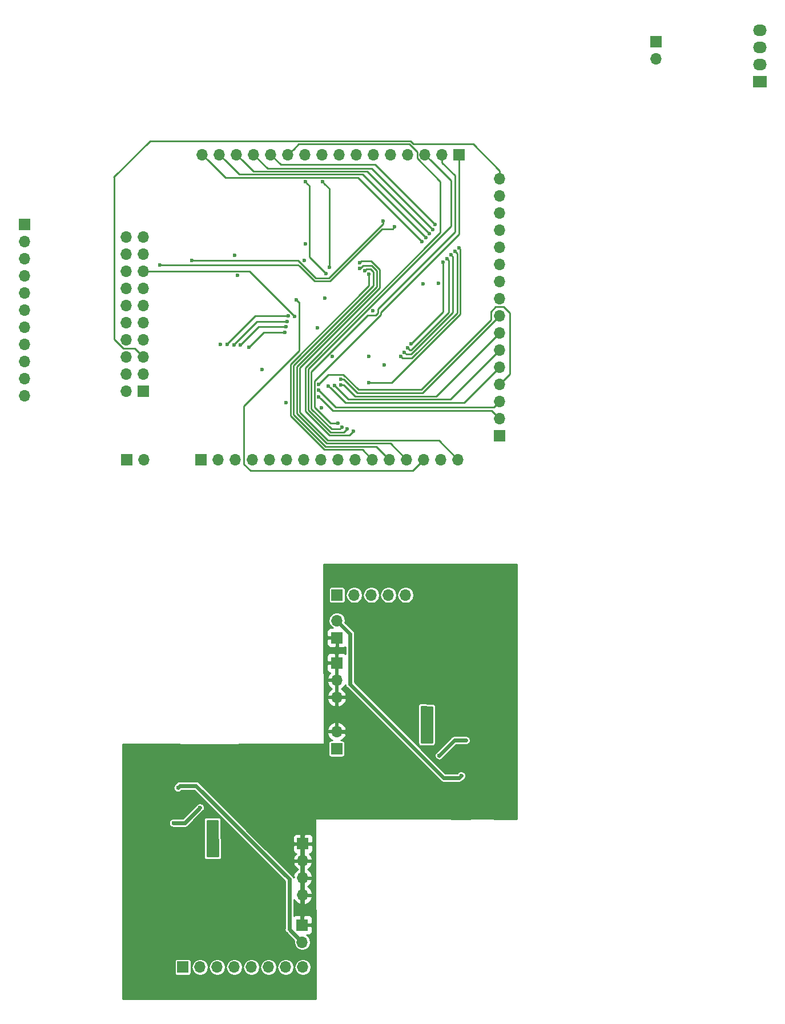
<source format=gbr>
G04 #@! TF.GenerationSoftware,KiCad,Pcbnew,5.0.1-33cea8e~68~ubuntu16.04.1*
G04 #@! TF.CreationDate,2018-10-22T18:58:36-07:00*
G04 #@! TF.ProjectId,STM32,53544D33322E6B696361645F70636200,rev?*
G04 #@! TF.SameCoordinates,Original*
G04 #@! TF.FileFunction,Copper,L4,Bot,Signal*
G04 #@! TF.FilePolarity,Positive*
%FSLAX46Y46*%
G04 Gerber Fmt 4.6, Leading zero omitted, Abs format (unit mm)*
G04 Created by KiCad (PCBNEW 5.0.1-33cea8e~68~ubuntu16.04.1) date Mon 22 Oct 2018 06:58:36 PM PDT*
%MOMM*%
%LPD*%
G01*
G04 APERTURE LIST*
G04 #@! TA.AperFunction,ComponentPad*
%ADD10R,1.700000X1.700000*%
G04 #@! TD*
G04 #@! TA.AperFunction,ComponentPad*
%ADD11O,1.700000X1.700000*%
G04 #@! TD*
G04 #@! TA.AperFunction,ComponentPad*
%ADD12R,2.030000X1.730000*%
G04 #@! TD*
G04 #@! TA.AperFunction,ComponentPad*
%ADD13O,2.030000X1.730000*%
G04 #@! TD*
G04 #@! TA.AperFunction,ViaPad*
%ADD14C,0.600000*%
G04 #@! TD*
G04 #@! TA.AperFunction,Conductor*
%ADD15C,0.250000*%
G04 #@! TD*
G04 #@! TA.AperFunction,Conductor*
%ADD16C,0.600000*%
G04 #@! TD*
G04 #@! TA.AperFunction,Conductor*
%ADD17C,0.254000*%
G04 #@! TD*
G04 APERTURE END LIST*
D10*
G04 #@! TO.P,J1,1*
G04 #@! TO.N,+3V3*
X76042520Y-83154520D03*
D11*
G04 #@! TO.P,J1,2*
X73502520Y-83154520D03*
G04 #@! TO.P,J1,3*
G04 #@! TO.N,PB4*
X76042520Y-80614520D03*
G04 #@! TO.P,J1,4*
G04 #@! TO.N,GND*
X73502520Y-80614520D03*
G04 #@! TO.P,J1,5*
G04 #@! TO.N,PA15*
X76042520Y-78074520D03*
G04 #@! TO.P,J1,6*
G04 #@! TO.N,GND*
X73502520Y-78074520D03*
G04 #@! TO.P,J1,7*
G04 #@! TO.N,PA13*
X76042520Y-75534520D03*
G04 #@! TO.P,J1,8*
G04 #@! TO.N,GND*
X73502520Y-75534520D03*
G04 #@! TO.P,J1,9*
G04 #@! TO.N,PA14*
X76042520Y-72994520D03*
G04 #@! TO.P,J1,10*
G04 #@! TO.N,GND*
X73502520Y-72994520D03*
G04 #@! TO.P,J1,11*
G04 #@! TO.N,Net-(10k1-Pad2)*
X76042520Y-70454520D03*
G04 #@! TO.P,J1,12*
G04 #@! TO.N,GND*
X73502520Y-70454520D03*
G04 #@! TO.P,J1,13*
G04 #@! TO.N,PB3*
X76042520Y-67914520D03*
G04 #@! TO.P,J1,14*
G04 #@! TO.N,GND*
X73502520Y-67914520D03*
G04 #@! TO.P,J1,15*
G04 #@! TO.N,RST*
X76042520Y-65374520D03*
G04 #@! TO.P,J1,16*
G04 #@! TO.N,GND*
X73502520Y-65374520D03*
G04 #@! TO.P,J1,17*
G04 #@! TO.N,Net-(10k3-Pad2)*
X76042520Y-62834520D03*
G04 #@! TO.P,J1,18*
G04 #@! TO.N,GND*
X73502520Y-62834520D03*
G04 #@! TO.P,J1,19*
G04 #@! TO.N,Net-(10k2-Pad2)*
X76042520Y-60294520D03*
G04 #@! TO.P,J1,20*
G04 #@! TO.N,GND*
X73502520Y-60294520D03*
G04 #@! TD*
D10*
G04 #@! TO.P,J3,1*
G04 #@! TO.N,PA0*
X128869440Y-89743280D03*
D11*
G04 #@! TO.P,J3,2*
G04 #@! TO.N,PA1*
X128869440Y-87203280D03*
G04 #@! TO.P,J3,3*
G04 #@! TO.N,PA2*
X128869440Y-84663280D03*
G04 #@! TO.P,J3,4*
G04 #@! TO.N,PA3*
X128869440Y-82123280D03*
G04 #@! TO.P,J3,5*
G04 #@! TO.N,PA4*
X128869440Y-79583280D03*
G04 #@! TO.P,J3,6*
G04 #@! TO.N,PA5*
X128869440Y-77043280D03*
G04 #@! TO.P,J3,7*
G04 #@! TO.N,PA6*
X128869440Y-74503280D03*
G04 #@! TO.P,J3,8*
G04 #@! TO.N,PA7*
X128869440Y-71963280D03*
G04 #@! TO.P,J3,9*
G04 #@! TO.N,PA8*
X128869440Y-69423280D03*
G04 #@! TO.P,J3,10*
G04 #@! TO.N,PA9*
X128869440Y-66883280D03*
G04 #@! TO.P,J3,11*
G04 #@! TO.N,PA10*
X128869440Y-64343280D03*
G04 #@! TO.P,J3,12*
G04 #@! TO.N,PA11*
X128869440Y-61803280D03*
G04 #@! TO.P,J3,13*
G04 #@! TO.N,PA12*
X128869440Y-59263280D03*
G04 #@! TO.P,J3,14*
G04 #@! TO.N,PA13*
X128869440Y-56723280D03*
G04 #@! TO.P,J3,15*
G04 #@! TO.N,PA14*
X128869440Y-54183280D03*
G04 #@! TO.P,J3,16*
G04 #@! TO.N,PA15*
X128869440Y-51643280D03*
G04 #@! TD*
D10*
G04 #@! TO.P,J4,1*
G04 #@! TO.N,PB0*
X122885200Y-48072040D03*
D11*
G04 #@! TO.P,J4,2*
G04 #@! TO.N,PB1*
X120345200Y-48072040D03*
G04 #@! TO.P,J4,3*
G04 #@! TO.N,PB2*
X117805200Y-48072040D03*
G04 #@! TO.P,J4,4*
G04 #@! TO.N,PB3*
X115265200Y-48072040D03*
G04 #@! TO.P,J4,5*
G04 #@! TO.N,PB4*
X112725200Y-48072040D03*
G04 #@! TO.P,J4,6*
G04 #@! TO.N,PB5*
X110185200Y-48072040D03*
G04 #@! TO.P,J4,7*
G04 #@! TO.N,PB6*
X107645200Y-48072040D03*
G04 #@! TO.P,J4,8*
G04 #@! TO.N,PB7*
X105105200Y-48072040D03*
G04 #@! TO.P,J4,9*
G04 #@! TO.N,PB8*
X102565200Y-48072040D03*
G04 #@! TO.P,J4,10*
G04 #@! TO.N,PB9*
X100025200Y-48072040D03*
G04 #@! TO.P,J4,11*
G04 #@! TO.N,PB10*
X97485200Y-48072040D03*
G04 #@! TO.P,J4,12*
G04 #@! TO.N,PB11*
X94945200Y-48072040D03*
G04 #@! TO.P,J4,13*
G04 #@! TO.N,PB12*
X92405200Y-48072040D03*
G04 #@! TO.P,J4,14*
G04 #@! TO.N,PB13*
X89865200Y-48072040D03*
G04 #@! TO.P,J4,15*
G04 #@! TO.N,PB14*
X87325200Y-48072040D03*
G04 #@! TO.P,J4,16*
G04 #@! TO.N,PB15*
X84785200Y-48072040D03*
G04 #@! TD*
D10*
G04 #@! TO.P,J5,1*
G04 #@! TO.N,PC0*
X84592160Y-93294200D03*
D11*
G04 #@! TO.P,J5,2*
G04 #@! TO.N,PC1*
X87132160Y-93294200D03*
G04 #@! TO.P,J5,3*
G04 #@! TO.N,PC2*
X89672160Y-93294200D03*
G04 #@! TO.P,J5,4*
G04 #@! TO.N,PC3*
X92212160Y-93294200D03*
G04 #@! TO.P,J5,5*
G04 #@! TO.N,PC4*
X94752160Y-93294200D03*
G04 #@! TO.P,J5,6*
G04 #@! TO.N,PC5*
X97292160Y-93294200D03*
G04 #@! TO.P,J5,7*
G04 #@! TO.N,PC6*
X99832160Y-93294200D03*
G04 #@! TO.P,J5,8*
G04 #@! TO.N,PC7*
X102372160Y-93294200D03*
G04 #@! TO.P,J5,9*
G04 #@! TO.N,PC8*
X104912160Y-93294200D03*
G04 #@! TO.P,J5,10*
G04 #@! TO.N,PC9*
X107452160Y-93294200D03*
G04 #@! TO.P,J5,11*
G04 #@! TO.N,PC10*
X109992160Y-93294200D03*
G04 #@! TO.P,J5,12*
G04 #@! TO.N,PC11*
X112532160Y-93294200D03*
G04 #@! TO.P,J5,13*
G04 #@! TO.N,PC12*
X115072160Y-93294200D03*
G04 #@! TO.P,J5,14*
G04 #@! TO.N,PC13*
X117612160Y-93294200D03*
G04 #@! TO.P,J5,15*
G04 #@! TO.N,Net-(J5-Pad15)*
X120152160Y-93294200D03*
G04 #@! TO.P,J5,16*
G04 #@! TO.N,PD2*
X122692160Y-93294200D03*
G04 #@! TD*
D10*
G04 #@! TO.P,J6,1*
G04 #@! TO.N,GND*
X73604120Y-93278960D03*
D11*
G04 #@! TO.P,J6,2*
G04 #@! TO.N,+3V3*
X76144120Y-93278960D03*
G04 #@! TD*
D10*
G04 #@! TO.P,J9,1*
G04 #@! TO.N,Net-(J2-Pad1)*
X58394600Y-58394600D03*
D11*
G04 #@! TO.P,J9,2*
G04 #@! TO.N,Net-(J2-Pad2)*
X58394600Y-60934600D03*
G04 #@! TO.P,J9,3*
G04 #@! TO.N,Net-(J2-Pad3)*
X58394600Y-63474600D03*
G04 #@! TO.P,J9,4*
G04 #@! TO.N,Net-(J2-Pad4)*
X58394600Y-66014600D03*
G04 #@! TO.P,J9,5*
G04 #@! TO.N,Net-(J2-Pad5)*
X58394600Y-68554600D03*
G04 #@! TO.P,J9,6*
G04 #@! TO.N,Net-(J2-Pad6)*
X58394600Y-71094600D03*
G04 #@! TO.P,J9,7*
G04 #@! TO.N,Net-(J2-Pad7)*
X58394600Y-73634600D03*
G04 #@! TO.P,J9,8*
G04 #@! TO.N,Net-(J2-Pad8)*
X58394600Y-76174600D03*
G04 #@! TO.P,J9,9*
G04 #@! TO.N,Net-(J2-Pad10)*
X58394600Y-78714600D03*
G04 #@! TO.P,J9,10*
G04 #@! TO.N,Net-(J2-Pad9)*
X58394600Y-81254600D03*
G04 #@! TO.P,J9,11*
G04 #@! TO.N,Net-(J2-Pad11)*
X58394600Y-83794600D03*
G04 #@! TD*
D10*
G04 #@! TO.P,J10,1*
G04 #@! TO.N,Net-(C16-Pad2)*
X104726740Y-119710200D03*
D11*
G04 #@! TO.P,J10,2*
G04 #@! TO.N,Net-(C21-Pad1)*
X104726740Y-117170200D03*
G04 #@! TD*
D10*
G04 #@! TO.P,J7,1*
G04 #@! TO.N,Net-(C16-Pad1)*
X104686100Y-136159240D03*
D11*
G04 #@! TO.P,J7,2*
G04 #@! TO.N,Net-(C16-Pad2)*
X104686100Y-133619240D03*
G04 #@! TD*
D10*
G04 #@! TO.P,J8,1*
G04 #@! TO.N,Net-(C16-Pad2)*
X99601020Y-162300920D03*
D11*
G04 #@! TO.P,J8,2*
G04 #@! TO.N,Net-(C18-Pad1)*
X99601020Y-164840920D03*
G04 #@! TD*
D10*
G04 #@! TO.P,J13,1*
G04 #@! TO.N,Net-(C16-Pad2)*
X99677220Y-150230840D03*
D11*
G04 #@! TO.P,J13,2*
X99677220Y-152770840D03*
G04 #@! TO.P,J13,3*
X99677220Y-155310840D03*
G04 #@! TO.P,J13,4*
X99677220Y-157850840D03*
G04 #@! TD*
D10*
G04 #@! TO.P,J14,1*
G04 #@! TO.N,Net-(C21-Pad1)*
X104741980Y-113372900D03*
D11*
G04 #@! TO.P,J14,2*
X107281980Y-113372900D03*
G04 #@! TO.P,J14,3*
X109821980Y-113372900D03*
G04 #@! TO.P,J14,4*
X112361980Y-113372900D03*
G04 #@! TO.P,J14,5*
X114901980Y-113372900D03*
G04 #@! TD*
D10*
G04 #@! TO.P,J12,1*
G04 #@! TO.N,Net-(C16-Pad2)*
X104703880Y-123444000D03*
D11*
G04 #@! TO.P,J12,2*
X104703880Y-125984000D03*
G04 #@! TO.P,J12,3*
X104703880Y-128524000D03*
G04 #@! TD*
D10*
G04 #@! TO.P,J15,1*
G04 #@! TO.N,Net-(C18-Pad1)*
X81881980Y-168541700D03*
D11*
G04 #@! TO.P,J15,2*
X84421980Y-168541700D03*
G04 #@! TO.P,J15,3*
X86961980Y-168541700D03*
G04 #@! TO.P,J15,4*
X89501980Y-168541700D03*
G04 #@! TO.P,J15,5*
X92041980Y-168541700D03*
G04 #@! TO.P,J15,6*
X94581980Y-168541700D03*
G04 #@! TO.P,J15,7*
X97121980Y-168541700D03*
G04 #@! TO.P,J15,8*
X99661980Y-168541700D03*
G04 #@! TD*
D12*
G04 #@! TO.P,,1*
G04 #@! TO.N,/CSB*
X167431720Y-37266880D03*
D13*
G04 #@! TO.P,,2*
G04 #@! TO.N,/SDO*
X167431720Y-34726880D03*
G04 #@! TO.P,,3*
G04 #@! TO.N,/SDI*
X167431720Y-32186880D03*
G04 #@! TO.P,,4*
G04 #@! TO.N,/SCLK*
X167431720Y-29646880D03*
G04 #@! TD*
D10*
G04 #@! TO.P,,1*
G04 #@! TO.N,+3V3*
X152031720Y-31306880D03*
D11*
G04 #@! TO.P,,2*
G04 #@! TO.N,GND*
X152031720Y-33846880D03*
G04 #@! TD*
D14*
G04 #@! TO.N,GND*
X89595960Y-63022480D03*
X119808240Y-67128632D03*
X104079713Y-78031904D03*
X110052875Y-71233029D03*
X102402650Y-85632191D03*
X101850652Y-73762771D03*
X89956640Y-65999520D03*
X87452200Y-76184760D03*
X102976680Y-69336920D03*
X100035360Y-61341000D03*
X109504480Y-77978000D03*
G04 #@! TO.N,+3V3*
X99906879Y-63800904D03*
X111770977Y-79302190D03*
X97170240Y-84846160D03*
X117505480Y-67228720D03*
X93657240Y-79951400D03*
G04 #@! TO.N,RST*
X98470720Y-72039480D03*
G04 #@! TO.N,PB4*
X83195913Y-63786998D03*
X111541560Y-57922160D03*
G04 #@! TO.N,PB3*
X78519159Y-64411999D03*
X113309400Y-58801000D03*
G04 #@! TO.N,PA1*
X102043622Y-83974816D03*
G04 #@! TO.N,PA2*
X102039147Y-83003772D03*
G04 #@! TO.N,PA3*
X102027087Y-82139520D03*
G04 #@! TO.N,PA4*
X103454617Y-82355555D03*
G04 #@! TO.N,PA5*
X104419223Y-82334433D03*
G04 #@! TO.N,PA6*
X105299339Y-82207420D03*
G04 #@! TO.N,PA7*
X105316276Y-81388350D03*
G04 #@! TO.N,PB0*
X104876058Y-87942271D03*
G04 #@! TO.N,PB1*
X105479525Y-88467481D03*
G04 #@! TO.N,PB2*
X106226775Y-88753201D03*
G04 #@! TO.N,PB8*
X102585520Y-52089593D03*
X103596440Y-64749680D03*
G04 #@! TO.N,PB9*
X100050600Y-52089593D03*
X103149400Y-65745360D03*
G04 #@! TO.N,PB10*
X107182777Y-89072757D03*
G04 #@! TO.N,PB12*
X122251206Y-62432717D03*
X118974348Y-59200783D03*
X114192275Y-77959113D03*
G04 #@! TO.N,PB13*
X118449350Y-59804422D03*
X121632823Y-62940282D03*
X114737536Y-77373712D03*
G04 #@! TO.N,PB14*
X117906789Y-60392325D03*
X121057974Y-63496670D03*
X115241312Y-76752252D03*
G04 #@! TO.N,PB15*
X117371846Y-60987168D03*
X120493118Y-64063199D03*
X115742720Y-76128880D03*
G04 #@! TO.N,PC0*
X88483440Y-76225400D03*
X97490280Y-72019160D03*
G04 #@! TO.N,PC1*
X89453720Y-76260960D03*
X97349917Y-72806752D03*
G04 #@! TO.N,PC2*
X90452678Y-76267842D03*
X97223188Y-73596652D03*
G04 #@! TO.N,PC3*
X91706581Y-76604309D03*
X96997520Y-74457560D03*
G04 #@! TO.N,PC10*
X109501410Y-65772747D03*
G04 #@! TO.N,PC11*
X108850342Y-65307850D03*
G04 #@! TO.N,PC12*
X108135035Y-64949583D03*
G04 #@! TO.N,PC13*
X98748049Y-69635098D03*
G04 #@! TO.N,PD2*
X108103892Y-64150177D03*
G04 #@! TO.N,PB11*
X119319040Y-58455560D03*
X122854314Y-61907109D03*
X109479080Y-81869280D03*
G04 #@! TO.N,Net-(C16-Pad1)*
X84411820Y-144901920D03*
X80484980Y-147142200D03*
X119910860Y-137144760D03*
X123837700Y-134904480D03*
G04 #@! TO.N,Net-(C16-Pad2)*
X107477560Y-133344920D03*
X108386880Y-133329680D03*
X109377480Y-133344920D03*
X110434120Y-133344920D03*
X111394240Y-133344920D03*
X110373160Y-121320560D03*
X111389160Y-121320560D03*
X112339120Y-121310400D03*
X113284000Y-121300240D03*
X114193320Y-121300240D03*
X115097560Y-121310400D03*
X130444240Y-111150400D03*
X128742440Y-111150400D03*
X126842520Y-111135160D03*
X126857760Y-112689640D03*
X128727200Y-112689640D03*
X130459480Y-112689640D03*
X130444240Y-114427000D03*
X128696720Y-114406680D03*
X126842520Y-114442240D03*
X126827280Y-115935760D03*
X128651000Y-115920520D03*
X130429000Y-115935760D03*
X130408680Y-117744240D03*
X128651000Y-117723920D03*
X126796800Y-117723920D03*
X126796800Y-119222520D03*
X128635760Y-119237760D03*
X130393440Y-119237760D03*
X130408680Y-121025920D03*
X128651000Y-121025920D03*
X126796800Y-121010680D03*
X121467880Y-132638800D03*
X122301000Y-132648960D03*
X122311160Y-131770120D03*
X121467880Y-131754880D03*
X127513080Y-137581640D03*
X127538480Y-138389360D03*
X127548640Y-139242800D03*
X127548640Y-140045440D03*
X127558800Y-140848080D03*
X127558800Y-141630400D03*
X127558800Y-142468600D03*
X93680280Y-160695640D03*
X92628720Y-160700720D03*
X91709240Y-160705800D03*
X90774520Y-160705800D03*
X89976960Y-160710880D03*
X89057480Y-160680400D03*
X96814640Y-148706840D03*
X95900240Y-148727160D03*
X94970600Y-148701760D03*
X93990160Y-148701760D03*
X93045280Y-148701760D03*
X73715880Y-170865800D03*
X75453240Y-170886120D03*
X77332840Y-170886120D03*
X77353160Y-169331640D03*
X75514200Y-169331640D03*
X73736200Y-169331640D03*
X73736200Y-167533320D03*
X75493880Y-167553640D03*
X77393800Y-167553640D03*
X77434440Y-166085520D03*
X75554840Y-166085520D03*
X73776840Y-166065200D03*
X73776840Y-164327840D03*
X75554840Y-164348160D03*
X77454760Y-164287200D03*
X77454760Y-162773360D03*
X75615800Y-162814000D03*
X73756520Y-162773360D03*
X73756520Y-161056320D03*
X75575160Y-161015680D03*
X77454760Y-160995360D03*
X76662280Y-144434560D03*
X76652120Y-143621760D03*
X76662280Y-142844520D03*
X76662280Y-142046960D03*
X76652120Y-141229080D03*
X76652120Y-140441680D03*
X76662280Y-139578080D03*
X76662280Y-138689080D03*
X81899760Y-149423120D03*
X81899760Y-150276560D03*
X82712560Y-150256240D03*
X82712560Y-149423120D03*
G04 #@! TO.N,Net-(C17-Pad1)*
X86669880Y-151843740D03*
X86669880Y-147152360D03*
X85755480Y-151805640D03*
X85778340Y-147096480D03*
G04 #@! TO.N,Net-(C18-Pad1)*
X81150460Y-141930120D03*
G04 #@! TO.N,Net-(C20-Pad1)*
X118501160Y-130286760D03*
X117655340Y-130299460D03*
X117655340Y-134894320D03*
X118503700Y-134904480D03*
G04 #@! TO.N,Net-(C21-Pad1)*
X123167140Y-140152120D03*
G04 #@! TD*
D15*
G04 #@! TO.N,RST*
X98470720Y-72039480D02*
X91805760Y-65374520D01*
X91805760Y-65374520D02*
X76042520Y-65374520D01*
G04 #@! TO.N,PB4*
X83620177Y-63786998D02*
X83195913Y-63786998D01*
X99009075Y-63786998D02*
X83620177Y-63786998D01*
X101592438Y-66370361D02*
X99009075Y-63786998D01*
X103517623Y-66370361D02*
X101592438Y-66370361D01*
X111541560Y-58346424D02*
X103517623Y-66370361D01*
X111541560Y-57922160D02*
X111541560Y-58346424D01*
G04 #@! TO.N,PA15*
X128869440Y-51643280D02*
X128869440Y-50441199D01*
X71628000Y-51435000D02*
X71663560Y-51470560D01*
X128869440Y-50441199D02*
X124935641Y-46507400D01*
X124935641Y-46507400D02*
X116075972Y-46507400D01*
X115631042Y-46062470D02*
X77000530Y-46062470D01*
X116075972Y-46507400D02*
X115631042Y-46062470D01*
X77000530Y-46062470D02*
X71628000Y-51435000D01*
X71663560Y-51470560D02*
X71663560Y-75434562D01*
X71663560Y-75434562D02*
X73019114Y-76790116D01*
X73019114Y-76790116D02*
X74758116Y-76790116D01*
X74758116Y-76790116D02*
X75192521Y-77224521D01*
X75192521Y-77224521D02*
X76042520Y-78074520D01*
G04 #@! TO.N,PB3*
X99202754Y-64617087D02*
X98997666Y-64411999D01*
X98997666Y-64411999D02*
X78519159Y-64411999D01*
X101406037Y-66820370D02*
X99202754Y-64617087D01*
X103704023Y-66820371D02*
X101406037Y-66820370D01*
X113309400Y-58801000D02*
X113009401Y-59100999D01*
X113009401Y-59100999D02*
X111423395Y-59100999D01*
X111423395Y-59100999D02*
X103704023Y-66820371D01*
G04 #@! TO.N,PA1*
X128869440Y-87203280D02*
X127674683Y-86008523D01*
X127674683Y-86008523D02*
X104093863Y-86008523D01*
X102343621Y-84274815D02*
X102043622Y-83974816D01*
X104093863Y-86008523D02*
X102360155Y-84274815D01*
X102360155Y-84274815D02*
X102343621Y-84274815D01*
G04 #@! TO.N,PA2*
X104548654Y-85513279D02*
X102339146Y-83303771D01*
X128019441Y-85513279D02*
X104548654Y-85513279D01*
X128869440Y-84663280D02*
X128019441Y-85513279D01*
X102339146Y-83303771D02*
X102039147Y-83003772D01*
G04 #@! TO.N,PA3*
X117246814Y-82945826D02*
X107934426Y-82945826D01*
X107934426Y-82945826D02*
X105680257Y-80691657D01*
X105680257Y-80691657D02*
X103474950Y-80691657D01*
X119466420Y-80691657D02*
X119466420Y-80726220D01*
X119466420Y-80726220D02*
X117246814Y-82945826D01*
X102327086Y-81839521D02*
X102027087Y-82139520D01*
X103474950Y-80691657D02*
X102327086Y-81839521D01*
X127560195Y-71353398D02*
X127560195Y-72597882D01*
X128250793Y-70662800D02*
X127560195Y-71353398D01*
X127560195Y-72597882D02*
X119466420Y-80691657D01*
X129463800Y-70662800D02*
X128250793Y-70662800D01*
X130386418Y-71585418D02*
X129463800Y-70662800D01*
X130386418Y-80606302D02*
X130386418Y-71585418D01*
X128869440Y-82123280D02*
X130386418Y-80606302D01*
G04 #@! TO.N,PA4*
X128869440Y-79583280D02*
X123588235Y-84864485D01*
X105963547Y-84864485D02*
X103754616Y-82655554D01*
X123588235Y-84864485D02*
X105963547Y-84864485D01*
X103754616Y-82655554D02*
X103454617Y-82355555D01*
G04 #@! TO.N,PA5*
X128869440Y-77043280D02*
X121537785Y-84374935D01*
X121537785Y-84374935D02*
X106459725Y-84374935D01*
X104719222Y-82634432D02*
X104419223Y-82334433D01*
X106459725Y-84374935D02*
X104719222Y-82634432D01*
G04 #@! TO.N,PA6*
X128869440Y-74503280D02*
X119487335Y-83885385D01*
X119487335Y-83885385D02*
X107401568Y-83885385D01*
X107401568Y-83885385D02*
X105723603Y-82207420D01*
X105723603Y-82207420D02*
X105299339Y-82207420D01*
G04 #@! TO.N,PA7*
X128869440Y-71963280D02*
X117436884Y-83395836D01*
X117436884Y-83395836D02*
X107748026Y-83395836D01*
X105740540Y-81388350D02*
X105316276Y-81388350D01*
X107748026Y-83395836D02*
X105740540Y-81388350D01*
G04 #@! TO.N,PB0*
X104876058Y-87942271D02*
X103787728Y-87942271D01*
X103787728Y-87942271D02*
X101402087Y-85556630D01*
X101402087Y-85556630D02*
X101402087Y-81648884D01*
X101402087Y-81648884D02*
X111273354Y-71777617D01*
X111273354Y-71777617D02*
X111273354Y-71515507D01*
X111273354Y-71515507D02*
X122885200Y-59903661D01*
X122885200Y-59903661D02*
X122885200Y-49172040D01*
X122885200Y-49172040D02*
X122885200Y-48072040D01*
G04 #@! TO.N,PB1*
X105479525Y-88467481D02*
X105179526Y-88767480D01*
X103976527Y-88767480D02*
X100952076Y-85743029D01*
X105179526Y-88767480D02*
X103976527Y-88767480D01*
X120345200Y-49274121D02*
X120345200Y-48072040D01*
X100952076Y-85743029D02*
X100952076Y-80275642D01*
X100952076Y-80275642D02*
X109311501Y-71916217D01*
X109311501Y-71916217D02*
X110498343Y-71916217D01*
X110498343Y-71916217D02*
X110823343Y-71591217D01*
X110823343Y-71591217D02*
X110823343Y-70949659D01*
X110823343Y-70949659D02*
X122227548Y-59545454D01*
X122227548Y-59545454D02*
X122227548Y-51156469D01*
X122227548Y-51156469D02*
X120345200Y-49274121D01*
G04 #@! TO.N,PB2*
X106226775Y-88753201D02*
X105762486Y-89217489D01*
X121690014Y-58664902D02*
X121690014Y-51956854D01*
X121690014Y-51956854D02*
X118655199Y-48922039D01*
X105762486Y-89217489D02*
X103790126Y-89217489D01*
X103790126Y-89217489D02*
X100502067Y-85929429D01*
X100502067Y-85929429D02*
X100502067Y-79852849D01*
X100502067Y-79852849D02*
X121690014Y-58664902D01*
X118655199Y-48922039D02*
X117805200Y-48072040D01*
G04 #@! TO.N,PB8*
X102885519Y-52389592D02*
X102585520Y-52089593D01*
X103596440Y-64749680D02*
X103596440Y-53100513D01*
X103596440Y-53100513D02*
X102885519Y-52389592D01*
G04 #@! TO.N,PB9*
X100350599Y-52389592D02*
X100050600Y-52089593D01*
X100660361Y-52699354D02*
X100350599Y-52389592D01*
X100660361Y-63256321D02*
X100660361Y-52699354D01*
X103149400Y-65745360D02*
X100660361Y-63256321D01*
G04 #@! TO.N,PB10*
X107182777Y-89072757D02*
X106588034Y-89667500D01*
X103603726Y-89667499D02*
X100052056Y-86115829D01*
X106588034Y-89667500D02*
X103603726Y-89667499D01*
X120055140Y-52060982D02*
X116630199Y-48636041D01*
X100052056Y-86115829D02*
X100052057Y-79666449D01*
X100052057Y-79666449D02*
X120055140Y-59663366D01*
X120055140Y-59663366D02*
X120055140Y-52060982D01*
X116630199Y-48636041D02*
X116630199Y-47698037D01*
X116630199Y-47698037D02*
X115444642Y-46512480D01*
X99044760Y-46512480D02*
X98335199Y-47222041D01*
X115444642Y-46512480D02*
X99044760Y-46512480D01*
X98335199Y-47222041D02*
X97485200Y-48072040D01*
G04 #@! TO.N,PB12*
X118974348Y-59176363D02*
X118974348Y-59200783D01*
X92405200Y-48072040D02*
X94447710Y-50114550D01*
X94447710Y-50114550D02*
X109912535Y-50114550D01*
X109912535Y-50114550D02*
X118974348Y-59176363D01*
X122551205Y-71518217D02*
X122551205Y-62732716D01*
X122551205Y-62732716D02*
X122251206Y-62432717D01*
X115810310Y-78259112D02*
X122551205Y-71518217D01*
X114492274Y-78259112D02*
X115810310Y-78259112D01*
X114192275Y-77959113D02*
X114492274Y-78259112D01*
G04 #@! TO.N,PB13*
X118449350Y-59804422D02*
X109209489Y-50564561D01*
X109209489Y-50564561D02*
X92357721Y-50564561D01*
X92357721Y-50564561D02*
X90715199Y-48922039D01*
X90715199Y-48922039D02*
X89865200Y-48072040D01*
X114737536Y-77373712D02*
X115037535Y-77673711D01*
X115759301Y-77673711D02*
X121932822Y-71500190D01*
X121932822Y-71500190D02*
X121932822Y-63240281D01*
X121932822Y-63240281D02*
X121632823Y-62940282D01*
X115037535Y-77673711D02*
X115759301Y-77673711D01*
G04 #@! TO.N,PB14*
X117906789Y-60392325D02*
X108529036Y-51014572D01*
X108529036Y-51014572D02*
X90267732Y-51014572D01*
X90267732Y-51014572D02*
X88175199Y-48922039D01*
X88175199Y-48922039D02*
X87325200Y-48072040D01*
X115241312Y-76752252D02*
X115541311Y-77052251D01*
X115744351Y-77052251D02*
X121357973Y-71438629D01*
X121357973Y-71438629D02*
X121357973Y-63796669D01*
X121357973Y-63796669D02*
X121057974Y-63496670D01*
X115541311Y-77052251D02*
X115744351Y-77052251D01*
G04 #@! TO.N,PB15*
X85635199Y-48922039D02*
X84785200Y-48072040D01*
X88177743Y-51464583D02*
X85635199Y-48922039D01*
X117371846Y-60987168D02*
X107849261Y-51464583D01*
X107849261Y-51464583D02*
X88177743Y-51464583D01*
X115742720Y-76128880D02*
X120493118Y-71378482D01*
X120493118Y-71378482D02*
X120493118Y-64487463D01*
X120493118Y-64487463D02*
X120493118Y-64063199D01*
G04 #@! TO.N,PC0*
X97490280Y-72019160D02*
X92607991Y-72019160D01*
X92607991Y-72019160D02*
X88483440Y-76143711D01*
X88483440Y-76143711D02*
X88483440Y-76225400D01*
G04 #@! TO.N,PC1*
X92857128Y-72806752D02*
X89453720Y-76210160D01*
X89453720Y-76210160D02*
X89453720Y-76260960D01*
X97349917Y-72806752D02*
X92857128Y-72806752D01*
G04 #@! TO.N,PC2*
X90452678Y-76267842D02*
X93123868Y-73596652D01*
X93123868Y-73596652D02*
X97223188Y-73596652D01*
G04 #@! TO.N,PC3*
X92006580Y-76304310D02*
X91706581Y-76604309D01*
X93853330Y-74457560D02*
X92006580Y-76304310D01*
X96997520Y-74457560D02*
X93853330Y-74457560D01*
G04 #@! TO.N,PC10*
X109501410Y-67521347D02*
X109501410Y-66197011D01*
X97866197Y-79156560D02*
X109501410Y-67521347D01*
X109992160Y-93294200D02*
X108493563Y-91795603D01*
X108493563Y-91795603D02*
X102846107Y-91795603D01*
X109501410Y-66197011D02*
X109501410Y-65772747D01*
X97866197Y-86815693D02*
X97866197Y-79156560D01*
X102846107Y-91795603D02*
X97866197Y-86815693D01*
G04 #@! TO.N,PC11*
X110164262Y-67494906D02*
X110164262Y-65481940D01*
X110583552Y-91345592D02*
X103032507Y-91345592D01*
X109150341Y-65007851D02*
X108850342Y-65307850D01*
X109690173Y-65007851D02*
X109150341Y-65007851D01*
X98316208Y-86629293D02*
X98316208Y-79342960D01*
X103032507Y-91345592D02*
X98316208Y-86629293D01*
X112532160Y-93294200D02*
X110583552Y-91345592D01*
X98316208Y-79342960D02*
X110164262Y-67494906D01*
X110164262Y-65481940D02*
X109690173Y-65007851D01*
G04 #@! TO.N,PC12*
X98766219Y-86442893D02*
X98766219Y-79529360D01*
X110614273Y-67681306D02*
X110614273Y-65282838D01*
X112673541Y-90895581D02*
X103218907Y-90895581D01*
X110614273Y-65282838D02*
X109879282Y-64547847D01*
X98766219Y-79529360D02*
X110614273Y-67681306D01*
X103218907Y-90895581D02*
X98766219Y-86442893D01*
X109879282Y-64547847D02*
X108606927Y-64547847D01*
X115072160Y-93294200D02*
X112673541Y-90895581D01*
X108606927Y-64547847D02*
X108205191Y-64949583D01*
X108205191Y-64949583D02*
X108135035Y-64949583D01*
G04 #@! TO.N,PC13*
X99048048Y-69935097D02*
X98748049Y-69635098D01*
X99097003Y-69984052D02*
X99048048Y-69935097D01*
X90942160Y-93954600D02*
X90942160Y-85344053D01*
X99097003Y-77189210D02*
X99097003Y-69984052D01*
X91912440Y-94924880D02*
X90942160Y-93954600D01*
X115981480Y-94924880D02*
X91912440Y-94924880D01*
X117612160Y-93294200D02*
X115981480Y-94924880D01*
X90942160Y-85344053D02*
X99097003Y-77189210D01*
G04 #@! TO.N,PD2*
X111064284Y-65096438D02*
X109818024Y-63850178D01*
X122692160Y-93294200D02*
X119843530Y-90445570D01*
X108403891Y-63850178D02*
X108103892Y-64150177D01*
X109818024Y-63850178D02*
X108403891Y-63850178D01*
X111064284Y-67867706D02*
X111064284Y-65096438D01*
X103405307Y-90445570D02*
X99216230Y-86256493D01*
X99216230Y-86256493D02*
X99216230Y-79715760D01*
X119843530Y-90445570D02*
X103405307Y-90445570D01*
X99216230Y-79715760D02*
X111064284Y-67867706D01*
G04 #@! TO.N,PB11*
X110439200Y-49575720D02*
X96448880Y-49575720D01*
X96448880Y-49575720D02*
X94945200Y-48072040D01*
X119319040Y-58455560D02*
X110439200Y-49575720D01*
X109479080Y-81869280D02*
X112836552Y-81869280D01*
X112836552Y-81869280D02*
X123001215Y-71704617D01*
X123001215Y-71704617D02*
X123001215Y-62054010D01*
X123001215Y-62054010D02*
X122854314Y-61907109D01*
D16*
G04 #@! TO.N,Net-(C16-Pad1)*
X80484980Y-147142200D02*
X82171540Y-147142200D01*
X82171540Y-147142200D02*
X84411820Y-144901920D01*
X123837700Y-134904480D02*
X122151140Y-134904480D01*
X122151140Y-134904480D02*
X119910860Y-137144760D01*
G04 #@! TO.N,Net-(C16-Pad2)*
X109377480Y-133344920D02*
X108402120Y-133344920D01*
X108402120Y-133344920D02*
X108386880Y-133329680D01*
X111394240Y-133344920D02*
X110434120Y-133344920D01*
X111389160Y-121320560D02*
X110373160Y-121320560D01*
X113284000Y-121300240D02*
X112349280Y-121300240D01*
X112349280Y-121300240D02*
X112339120Y-121310400D01*
X115097560Y-121310400D02*
X114203480Y-121310400D01*
X114203480Y-121310400D02*
X114193320Y-121300240D01*
X126842520Y-111135160D02*
X128727200Y-111135160D01*
X128727200Y-111135160D02*
X128742440Y-111150400D01*
X128727200Y-112689640D02*
X126857760Y-112689640D01*
X130444240Y-114427000D02*
X130444240Y-112704880D01*
X130444240Y-112704880D02*
X130459480Y-112689640D01*
X126842520Y-114442240D02*
X128661160Y-114442240D01*
X128661160Y-114442240D02*
X128696720Y-114406680D01*
X128651000Y-115920520D02*
X126842520Y-115920520D01*
X126842520Y-115920520D02*
X126827280Y-115935760D01*
X130408680Y-117744240D02*
X130408680Y-115956080D01*
X130408680Y-115956080D02*
X130429000Y-115935760D01*
X126796800Y-117723920D02*
X128651000Y-117723920D01*
X128635760Y-119237760D02*
X126812040Y-119237760D01*
X126812040Y-119237760D02*
X126796800Y-119222520D01*
X130408680Y-121025920D02*
X130408680Y-119253000D01*
X130408680Y-119253000D02*
X130393440Y-119237760D01*
X126796800Y-121010680D02*
X128635760Y-121010680D01*
X128635760Y-121010680D02*
X128651000Y-121025920D01*
X122301000Y-132648960D02*
X121478040Y-132648960D01*
X121478040Y-132648960D02*
X121467880Y-132638800D01*
X121467880Y-131754880D02*
X122295920Y-131754880D01*
X122295920Y-131754880D02*
X122311160Y-131770120D01*
X127548640Y-139242800D02*
X127548640Y-138399520D01*
X127548640Y-138399520D02*
X127538480Y-138389360D01*
X127558800Y-140848080D02*
X127558800Y-140055600D01*
X127558800Y-140055600D02*
X127548640Y-140045440D01*
X127558800Y-142468600D02*
X127558800Y-141630400D01*
X92628720Y-160700720D02*
X93675200Y-160700720D01*
X93675200Y-160700720D02*
X93680280Y-160695640D01*
X90774520Y-160705800D02*
X91709240Y-160705800D01*
X89057480Y-160680400D02*
X89946480Y-160680400D01*
X89946480Y-160680400D02*
X89976960Y-160710880D01*
X94970600Y-148701760D02*
X95874840Y-148701760D01*
X95874840Y-148701760D02*
X95900240Y-148727160D01*
X93045280Y-148701760D02*
X93990160Y-148701760D01*
X75453240Y-170886120D02*
X73736200Y-170886120D01*
X73736200Y-170886120D02*
X73715880Y-170865800D01*
X77353160Y-169331640D02*
X77353160Y-170865800D01*
X77353160Y-170865800D02*
X77332840Y-170886120D01*
X73736200Y-169331640D02*
X75514200Y-169331640D01*
X75493880Y-167553640D02*
X73756520Y-167553640D01*
X73756520Y-167553640D02*
X73736200Y-167533320D01*
X77434440Y-166085520D02*
X77434440Y-167513000D01*
X77434440Y-167513000D02*
X77393800Y-167553640D01*
X73776840Y-166065200D02*
X75534520Y-166065200D01*
X75534520Y-166065200D02*
X75554840Y-166085520D01*
X75554840Y-164348160D02*
X73797160Y-164348160D01*
X73797160Y-164348160D02*
X73776840Y-164327840D01*
X75615800Y-162814000D02*
X77414120Y-162814000D01*
X77414120Y-162814000D02*
X77454760Y-162773360D01*
X73756520Y-161056320D02*
X73756520Y-162773360D01*
X77454760Y-160995360D02*
X75595480Y-160995360D01*
X75595480Y-160995360D02*
X75575160Y-161015680D01*
X76652120Y-143621760D02*
X76652120Y-144424400D01*
X76652120Y-144424400D02*
X76662280Y-144434560D01*
X76662280Y-142046960D02*
X76662280Y-142844520D01*
X76652120Y-140441680D02*
X76652120Y-141229080D01*
X76662280Y-138689080D02*
X76662280Y-139578080D01*
X81899760Y-150276560D02*
X81899760Y-149423120D01*
X82712560Y-149423120D02*
X82712560Y-150256240D01*
X98679000Y-143108680D02*
X99601020Y-144030700D01*
X99601020Y-144030700D02*
X99601020Y-162300920D01*
X101234240Y-140553440D02*
X98679000Y-143108680D01*
X103891080Y-140553440D02*
X101234240Y-140553440D01*
X106888280Y-137556240D02*
X103891080Y-140553440D01*
X106888280Y-134619339D02*
X106888280Y-137556240D01*
X104686100Y-133619240D02*
X105888181Y-133619240D01*
X105888181Y-133619240D02*
X106888280Y-134619339D01*
G04 #@! TO.N,Net-(C17-Pad1)*
X86669880Y-147152360D02*
X86669880Y-151843740D01*
X85778340Y-147096480D02*
X85778340Y-151782780D01*
X85778340Y-151782780D02*
X85755480Y-151805640D01*
G04 #@! TO.N,Net-(C18-Pad1)*
X97670620Y-155483560D02*
X97670620Y-162910520D01*
X97670620Y-162910520D02*
X99601020Y-164840920D01*
X83817181Y-141630121D02*
X97670620Y-155483560D01*
X81150460Y-141930120D02*
X81450459Y-141630121D01*
X81450459Y-141630121D02*
X83817181Y-141630121D01*
G04 #@! TO.N,Net-(C20-Pad1)*
X118503700Y-134904480D02*
X118503700Y-130289300D01*
X118503700Y-130289300D02*
X118501160Y-130286760D01*
X117655340Y-134894320D02*
X117655340Y-130299460D01*
G04 #@! TO.N,Net-(C21-Pad1)*
X123167140Y-140152120D02*
X122867141Y-140452119D01*
X122867141Y-140452119D02*
X120549012Y-140452119D01*
X120549012Y-140452119D02*
X106667300Y-126570407D01*
X106667300Y-126570407D02*
X106667300Y-119110760D01*
X106667300Y-119110760D02*
X104726740Y-117170200D01*
G04 #@! TD*
D17*
G04 #@! TO.N,Net-(C16-Pad2)*
G36*
X131376352Y-108843968D02*
X131356168Y-146532488D01*
X124498786Y-146526422D01*
X124450177Y-146536046D01*
X124440524Y-146542484D01*
X118881941Y-146521455D01*
X118881573Y-146521454D01*
X102861860Y-146507285D01*
X102855186Y-146497371D01*
X102813888Y-146469984D01*
X102766177Y-146460487D01*
X101596185Y-146456061D01*
X101547548Y-146465544D01*
X101506243Y-146492918D01*
X101478557Y-146534016D01*
X101468706Y-146583502D01*
X101561457Y-173227888D01*
X72946328Y-173202712D01*
X72949279Y-167691700D01*
X80643516Y-167691700D01*
X80643516Y-169391700D01*
X80673086Y-169540359D01*
X80757294Y-169666386D01*
X80883321Y-169750594D01*
X81031980Y-169780164D01*
X82731980Y-169780164D01*
X82880639Y-169750594D01*
X83006666Y-169666386D01*
X83090874Y-169540359D01*
X83120444Y-169391700D01*
X83120444Y-168541700D01*
X83166864Y-168541700D01*
X83262404Y-169022012D01*
X83534479Y-169429201D01*
X83941668Y-169701276D01*
X84300741Y-169772700D01*
X84543219Y-169772700D01*
X84902292Y-169701276D01*
X85309481Y-169429201D01*
X85581556Y-169022012D01*
X85677096Y-168541700D01*
X85706864Y-168541700D01*
X85802404Y-169022012D01*
X86074479Y-169429201D01*
X86481668Y-169701276D01*
X86840741Y-169772700D01*
X87083219Y-169772700D01*
X87442292Y-169701276D01*
X87849481Y-169429201D01*
X88121556Y-169022012D01*
X88217096Y-168541700D01*
X88246864Y-168541700D01*
X88342404Y-169022012D01*
X88614479Y-169429201D01*
X89021668Y-169701276D01*
X89380741Y-169772700D01*
X89623219Y-169772700D01*
X89982292Y-169701276D01*
X90389481Y-169429201D01*
X90661556Y-169022012D01*
X90757096Y-168541700D01*
X90786864Y-168541700D01*
X90882404Y-169022012D01*
X91154479Y-169429201D01*
X91561668Y-169701276D01*
X91920741Y-169772700D01*
X92163219Y-169772700D01*
X92522292Y-169701276D01*
X92929481Y-169429201D01*
X93201556Y-169022012D01*
X93297096Y-168541700D01*
X93326864Y-168541700D01*
X93422404Y-169022012D01*
X93694479Y-169429201D01*
X94101668Y-169701276D01*
X94460741Y-169772700D01*
X94703219Y-169772700D01*
X95062292Y-169701276D01*
X95469481Y-169429201D01*
X95741556Y-169022012D01*
X95837096Y-168541700D01*
X95866864Y-168541700D01*
X95962404Y-169022012D01*
X96234479Y-169429201D01*
X96641668Y-169701276D01*
X97000741Y-169772700D01*
X97243219Y-169772700D01*
X97602292Y-169701276D01*
X98009481Y-169429201D01*
X98281556Y-169022012D01*
X98377096Y-168541700D01*
X98406864Y-168541700D01*
X98502404Y-169022012D01*
X98774479Y-169429201D01*
X99181668Y-169701276D01*
X99540741Y-169772700D01*
X99783219Y-169772700D01*
X100142292Y-169701276D01*
X100549481Y-169429201D01*
X100821556Y-169022012D01*
X100917096Y-168541700D01*
X100821556Y-168061388D01*
X100549481Y-167654199D01*
X100142292Y-167382124D01*
X99783219Y-167310700D01*
X99540741Y-167310700D01*
X99181668Y-167382124D01*
X98774479Y-167654199D01*
X98502404Y-168061388D01*
X98406864Y-168541700D01*
X98377096Y-168541700D01*
X98281556Y-168061388D01*
X98009481Y-167654199D01*
X97602292Y-167382124D01*
X97243219Y-167310700D01*
X97000741Y-167310700D01*
X96641668Y-167382124D01*
X96234479Y-167654199D01*
X95962404Y-168061388D01*
X95866864Y-168541700D01*
X95837096Y-168541700D01*
X95741556Y-168061388D01*
X95469481Y-167654199D01*
X95062292Y-167382124D01*
X94703219Y-167310700D01*
X94460741Y-167310700D01*
X94101668Y-167382124D01*
X93694479Y-167654199D01*
X93422404Y-168061388D01*
X93326864Y-168541700D01*
X93297096Y-168541700D01*
X93201556Y-168061388D01*
X92929481Y-167654199D01*
X92522292Y-167382124D01*
X92163219Y-167310700D01*
X91920741Y-167310700D01*
X91561668Y-167382124D01*
X91154479Y-167654199D01*
X90882404Y-168061388D01*
X90786864Y-168541700D01*
X90757096Y-168541700D01*
X90661556Y-168061388D01*
X90389481Y-167654199D01*
X89982292Y-167382124D01*
X89623219Y-167310700D01*
X89380741Y-167310700D01*
X89021668Y-167382124D01*
X88614479Y-167654199D01*
X88342404Y-168061388D01*
X88246864Y-168541700D01*
X88217096Y-168541700D01*
X88121556Y-168061388D01*
X87849481Y-167654199D01*
X87442292Y-167382124D01*
X87083219Y-167310700D01*
X86840741Y-167310700D01*
X86481668Y-167382124D01*
X86074479Y-167654199D01*
X85802404Y-168061388D01*
X85706864Y-168541700D01*
X85677096Y-168541700D01*
X85581556Y-168061388D01*
X85309481Y-167654199D01*
X84902292Y-167382124D01*
X84543219Y-167310700D01*
X84300741Y-167310700D01*
X83941668Y-167382124D01*
X83534479Y-167654199D01*
X83262404Y-168061388D01*
X83166864Y-168541700D01*
X83120444Y-168541700D01*
X83120444Y-167691700D01*
X83090874Y-167543041D01*
X83006666Y-167417014D01*
X82880639Y-167332806D01*
X82731980Y-167303236D01*
X81031980Y-167303236D01*
X80883321Y-167332806D01*
X80757294Y-167417014D01*
X80673086Y-167543041D01*
X80643516Y-167691700D01*
X72949279Y-167691700D01*
X72960284Y-147142200D01*
X79790639Y-147142200D01*
X79803980Y-147209269D01*
X79803980Y-147277659D01*
X79830152Y-147340844D01*
X79843493Y-147407913D01*
X79881484Y-147464770D01*
X79907656Y-147527956D01*
X79956017Y-147576317D01*
X79994007Y-147633173D01*
X80050863Y-147671163D01*
X80099224Y-147719524D01*
X80162410Y-147745696D01*
X80219267Y-147783687D01*
X80286336Y-147797028D01*
X80349521Y-147823200D01*
X82104475Y-147823200D01*
X82171540Y-147836540D01*
X82238605Y-147823200D01*
X82238609Y-147823200D01*
X82437253Y-147783687D01*
X82662513Y-147633173D01*
X82700507Y-147576311D01*
X83576226Y-146700592D01*
X84975700Y-146700592D01*
X84980780Y-152197152D01*
X85006331Y-152333976D01*
X85085883Y-152459559D01*
X85207438Y-152545138D01*
X85352490Y-152577687D01*
X87227010Y-152623407D01*
X87385644Y-152593030D01*
X87508410Y-152509198D01*
X87589750Y-152384766D01*
X87617281Y-152238679D01*
X87561401Y-146696399D01*
X87532418Y-146554438D01*
X87449828Y-146430832D01*
X87326222Y-146348242D01*
X87180420Y-146319240D01*
X85356700Y-146319240D01*
X85210572Y-146348377D01*
X85087043Y-146431081D01*
X85004567Y-146554763D01*
X84975700Y-146700592D01*
X83576226Y-146700592D01*
X84940784Y-145336036D01*
X84989144Y-145287676D01*
X85015316Y-145224490D01*
X85053307Y-145167633D01*
X85066648Y-145100565D01*
X85092820Y-145037379D01*
X85092820Y-144968986D01*
X85106160Y-144901921D01*
X85092820Y-144834856D01*
X85092820Y-144766461D01*
X85066647Y-144703274D01*
X85053307Y-144636208D01*
X85015318Y-144579354D01*
X84989144Y-144516164D01*
X84940779Y-144467799D01*
X84902792Y-144410948D01*
X84845941Y-144372961D01*
X84797576Y-144324596D01*
X84734386Y-144298422D01*
X84677532Y-144260433D01*
X84610466Y-144247093D01*
X84547279Y-144220920D01*
X84478884Y-144220920D01*
X84411819Y-144207580D01*
X84344754Y-144220920D01*
X84276361Y-144220920D01*
X84213175Y-144247092D01*
X84146107Y-144260433D01*
X84089250Y-144298424D01*
X84026064Y-144324596D01*
X83977704Y-144372956D01*
X81889462Y-146461200D01*
X80349521Y-146461200D01*
X80286336Y-146487372D01*
X80219267Y-146500713D01*
X80162410Y-146538704D01*
X80099224Y-146564876D01*
X80050863Y-146613237D01*
X79994007Y-146651227D01*
X79956017Y-146708083D01*
X79907656Y-146756444D01*
X79881484Y-146819630D01*
X79843493Y-146876487D01*
X79830152Y-146943556D01*
X79803980Y-147006741D01*
X79803980Y-147075131D01*
X79790639Y-147142200D01*
X72960284Y-147142200D01*
X72963075Y-141930120D01*
X80456120Y-141930120D01*
X80469460Y-141997185D01*
X80469460Y-142065579D01*
X80495633Y-142128766D01*
X80508973Y-142195832D01*
X80546963Y-142252688D01*
X80573136Y-142315876D01*
X80621498Y-142364238D01*
X80659487Y-142421093D01*
X80716342Y-142459082D01*
X80764704Y-142507444D01*
X80827892Y-142533617D01*
X80884748Y-142571607D01*
X80951814Y-142584947D01*
X81015001Y-142611120D01*
X81083395Y-142611120D01*
X81150460Y-142624460D01*
X81217525Y-142611120D01*
X81285919Y-142611120D01*
X81349106Y-142584947D01*
X81416172Y-142571607D01*
X81473027Y-142533618D01*
X81536216Y-142507444D01*
X81727784Y-142315876D01*
X81727785Y-142315873D01*
X81732537Y-142311121D01*
X83535103Y-142311121D01*
X96989620Y-155765639D01*
X96989621Y-162843450D01*
X96976280Y-162910520D01*
X97029133Y-163176232D01*
X97029134Y-163176233D01*
X97179648Y-163401493D01*
X97236507Y-163439485D01*
X98394356Y-164597335D01*
X98345904Y-164840920D01*
X98441444Y-165321232D01*
X98713519Y-165728421D01*
X99120708Y-166000496D01*
X99479781Y-166071920D01*
X99722259Y-166071920D01*
X100081332Y-166000496D01*
X100488521Y-165728421D01*
X100760596Y-165321232D01*
X100856136Y-164840920D01*
X100760596Y-164360608D01*
X100488521Y-163953419D01*
X100237841Y-163785920D01*
X100577329Y-163785920D01*
X100810718Y-163689247D01*
X100989347Y-163510619D01*
X101086020Y-163277230D01*
X101086020Y-162586670D01*
X100927270Y-162427920D01*
X99728020Y-162427920D01*
X99728020Y-162447920D01*
X99474020Y-162447920D01*
X99474020Y-162427920D01*
X99454020Y-162427920D01*
X99454020Y-162173920D01*
X99474020Y-162173920D01*
X99474020Y-160974670D01*
X99728020Y-160974670D01*
X99728020Y-162173920D01*
X100927270Y-162173920D01*
X101086020Y-162015170D01*
X101086020Y-161324610D01*
X100989347Y-161091221D01*
X100810718Y-160912593D01*
X100577329Y-160815920D01*
X99886770Y-160815920D01*
X99728020Y-160974670D01*
X99474020Y-160974670D01*
X99315270Y-160815920D01*
X98624711Y-160815920D01*
X98391322Y-160912593D01*
X98351620Y-160952295D01*
X98351620Y-158487497D01*
X98405575Y-158617764D01*
X98795862Y-159046023D01*
X99320328Y-159292326D01*
X99550220Y-159171659D01*
X99550220Y-157977840D01*
X99804220Y-157977840D01*
X99804220Y-159171659D01*
X100034112Y-159292326D01*
X100558578Y-159046023D01*
X100948865Y-158617764D01*
X101118696Y-158207730D01*
X100997375Y-157977840D01*
X99804220Y-157977840D01*
X99550220Y-157977840D01*
X99530220Y-157977840D01*
X99530220Y-157723840D01*
X99550220Y-157723840D01*
X99550220Y-155437840D01*
X99804220Y-155437840D01*
X99804220Y-157723840D01*
X100997375Y-157723840D01*
X101118696Y-157493950D01*
X100948865Y-157083916D01*
X100558578Y-156655657D01*
X100399266Y-156580840D01*
X100558578Y-156506023D01*
X100948865Y-156077764D01*
X101118696Y-155667730D01*
X100997375Y-155437840D01*
X99804220Y-155437840D01*
X99550220Y-155437840D01*
X99530220Y-155437840D01*
X99530220Y-155183840D01*
X99550220Y-155183840D01*
X99550220Y-152897840D01*
X99804220Y-152897840D01*
X99804220Y-155183840D01*
X100997375Y-155183840D01*
X101118696Y-154953950D01*
X100948865Y-154543916D01*
X100558578Y-154115657D01*
X100399266Y-154040840D01*
X100558578Y-153966023D01*
X100948865Y-153537764D01*
X101118696Y-153127730D01*
X100997375Y-152897840D01*
X99804220Y-152897840D01*
X99550220Y-152897840D01*
X98357065Y-152897840D01*
X98235744Y-153127730D01*
X98405575Y-153537764D01*
X98795862Y-153966023D01*
X98955174Y-154040840D01*
X98795862Y-154115657D01*
X98405575Y-154543916D01*
X98235744Y-154953950D01*
X98357064Y-155183838D01*
X98289383Y-155183838D01*
X98161592Y-154992587D01*
X98104736Y-154954597D01*
X93666729Y-150516590D01*
X98192220Y-150516590D01*
X98192220Y-151207150D01*
X98288893Y-151440539D01*
X98467522Y-151619167D01*
X98677098Y-151705976D01*
X98405575Y-152003916D01*
X98235744Y-152413950D01*
X98357065Y-152643840D01*
X99550220Y-152643840D01*
X99550220Y-150357840D01*
X99804220Y-150357840D01*
X99804220Y-152643840D01*
X100997375Y-152643840D01*
X101118696Y-152413950D01*
X100948865Y-152003916D01*
X100677342Y-151705976D01*
X100886918Y-151619167D01*
X101065547Y-151440539D01*
X101162220Y-151207150D01*
X101162220Y-150516590D01*
X101003470Y-150357840D01*
X99804220Y-150357840D01*
X99550220Y-150357840D01*
X98350970Y-150357840D01*
X98192220Y-150516590D01*
X93666729Y-150516590D01*
X92404669Y-149254530D01*
X98192220Y-149254530D01*
X98192220Y-149945090D01*
X98350970Y-150103840D01*
X99550220Y-150103840D01*
X99550220Y-148904590D01*
X99804220Y-148904590D01*
X99804220Y-150103840D01*
X101003470Y-150103840D01*
X101162220Y-149945090D01*
X101162220Y-149254530D01*
X101065547Y-149021141D01*
X100886918Y-148842513D01*
X100653529Y-148745840D01*
X99962970Y-148745840D01*
X99804220Y-148904590D01*
X99550220Y-148904590D01*
X99391470Y-148745840D01*
X98700911Y-148745840D01*
X98467522Y-148842513D01*
X98288893Y-149021141D01*
X98192220Y-149254530D01*
X92404669Y-149254530D01*
X84346148Y-141196010D01*
X84308154Y-141139148D01*
X84082894Y-140988634D01*
X83884250Y-140949121D01*
X83884246Y-140949121D01*
X83817181Y-140935781D01*
X83750116Y-140949121D01*
X81517524Y-140949121D01*
X81450459Y-140935781D01*
X81383394Y-140949121D01*
X81383390Y-140949121D01*
X81184746Y-140988634D01*
X80959486Y-141139148D01*
X80921492Y-141196010D01*
X80764707Y-141352795D01*
X80764704Y-141352796D01*
X80573136Y-141544364D01*
X80546962Y-141607553D01*
X80508973Y-141664408D01*
X80495633Y-141731474D01*
X80469460Y-141794661D01*
X80469460Y-141863055D01*
X80456120Y-141930120D01*
X72963075Y-141930120D01*
X72966512Y-135514192D01*
X90167491Y-135529406D01*
X90216100Y-135519782D01*
X90224614Y-135514104D01*
X102726673Y-135519347D01*
X102775278Y-135509700D01*
X102816491Y-135482187D01*
X102844038Y-135440997D01*
X102853725Y-135391905D01*
X102848797Y-133976130D01*
X103244624Y-133976130D01*
X103414455Y-134386164D01*
X103804742Y-134814423D01*
X104031205Y-134920776D01*
X103836100Y-134920776D01*
X103687441Y-134950346D01*
X103561414Y-135034554D01*
X103477206Y-135160581D01*
X103447636Y-135309240D01*
X103447636Y-137009240D01*
X103477206Y-137157899D01*
X103561414Y-137283926D01*
X103687441Y-137368134D01*
X103836100Y-137397704D01*
X105536100Y-137397704D01*
X105684759Y-137368134D01*
X105810786Y-137283926D01*
X105894994Y-137157899D01*
X105924564Y-137009240D01*
X105924564Y-135309240D01*
X105894994Y-135160581D01*
X105810786Y-135034554D01*
X105684759Y-134950346D01*
X105536100Y-134920776D01*
X105340995Y-134920776D01*
X105567458Y-134814423D01*
X105957745Y-134386164D01*
X106127576Y-133976130D01*
X106006255Y-133746240D01*
X104813100Y-133746240D01*
X104813100Y-133766240D01*
X104559100Y-133766240D01*
X104559100Y-133746240D01*
X103365945Y-133746240D01*
X103244624Y-133976130D01*
X102848797Y-133976130D01*
X102846313Y-133262350D01*
X103244624Y-133262350D01*
X103365945Y-133492240D01*
X104559100Y-133492240D01*
X104559100Y-132298421D01*
X104813100Y-132298421D01*
X104813100Y-133492240D01*
X106006255Y-133492240D01*
X106127576Y-133262350D01*
X105957745Y-132852316D01*
X105567458Y-132424057D01*
X105042992Y-132177754D01*
X104813100Y-132298421D01*
X104559100Y-132298421D01*
X104329208Y-132177754D01*
X103804742Y-132424057D01*
X103414455Y-132852316D01*
X103244624Y-133262350D01*
X102846313Y-133262350D01*
X102831061Y-128880890D01*
X103262404Y-128880890D01*
X103432235Y-129290924D01*
X103822522Y-129719183D01*
X104346988Y-129965486D01*
X104576880Y-129844819D01*
X104576880Y-128651000D01*
X104830880Y-128651000D01*
X104830880Y-129844819D01*
X105060772Y-129965486D01*
X105585238Y-129719183D01*
X105975525Y-129290924D01*
X106145356Y-128880890D01*
X106024035Y-128651000D01*
X104830880Y-128651000D01*
X104576880Y-128651000D01*
X103383725Y-128651000D01*
X103262404Y-128880890D01*
X102831061Y-128880890D01*
X102822219Y-126340890D01*
X103262404Y-126340890D01*
X103432235Y-126750924D01*
X103822522Y-127179183D01*
X103981834Y-127254000D01*
X103822522Y-127328817D01*
X103432235Y-127757076D01*
X103262404Y-128167110D01*
X103383725Y-128397000D01*
X104576880Y-128397000D01*
X104576880Y-126111000D01*
X103383725Y-126111000D01*
X103262404Y-126340890D01*
X102822219Y-126340890D01*
X102813129Y-123729750D01*
X103218880Y-123729750D01*
X103218880Y-124420310D01*
X103315553Y-124653699D01*
X103494182Y-124832327D01*
X103703758Y-124919136D01*
X103432235Y-125217076D01*
X103262404Y-125627110D01*
X103383725Y-125857000D01*
X104576880Y-125857000D01*
X104576880Y-123571000D01*
X103377630Y-123571000D01*
X103218880Y-123729750D01*
X102813129Y-123729750D01*
X102808736Y-122467690D01*
X103218880Y-122467690D01*
X103218880Y-123158250D01*
X103377630Y-123317000D01*
X104576880Y-123317000D01*
X104576880Y-122117750D01*
X104418130Y-121959000D01*
X103727571Y-121959000D01*
X103494182Y-122055673D01*
X103315553Y-122234301D01*
X103218880Y-122467690D01*
X102808736Y-122467690D01*
X102800133Y-119995950D01*
X103241740Y-119995950D01*
X103241740Y-120686510D01*
X103338413Y-120919899D01*
X103517042Y-121098527D01*
X103750431Y-121195200D01*
X104440990Y-121195200D01*
X104599740Y-121036450D01*
X104599740Y-119837200D01*
X103400490Y-119837200D01*
X103241740Y-119995950D01*
X102800133Y-119995950D01*
X102795739Y-118733890D01*
X103241740Y-118733890D01*
X103241740Y-119424450D01*
X103400490Y-119583200D01*
X104599740Y-119583200D01*
X104599740Y-119563200D01*
X104853740Y-119563200D01*
X104853740Y-119583200D01*
X104873740Y-119583200D01*
X104873740Y-119837200D01*
X104853740Y-119837200D01*
X104853740Y-121036450D01*
X105012490Y-121195200D01*
X105703049Y-121195200D01*
X105936438Y-121098527D01*
X105986301Y-121048665D01*
X105986301Y-122128395D01*
X105913578Y-122055673D01*
X105680189Y-121959000D01*
X104989630Y-121959000D01*
X104830880Y-122117750D01*
X104830880Y-123317000D01*
X104850880Y-123317000D01*
X104850880Y-123571000D01*
X104830880Y-123571000D01*
X104830880Y-125857000D01*
X104850880Y-125857000D01*
X104850880Y-126111000D01*
X104830880Y-126111000D01*
X104830880Y-128397000D01*
X106024035Y-128397000D01*
X106145356Y-128167110D01*
X105975525Y-127757076D01*
X105585238Y-127328817D01*
X105425926Y-127254000D01*
X105585238Y-127179183D01*
X105975525Y-126750924D01*
X105998049Y-126696542D01*
X106025813Y-126836119D01*
X106176327Y-127061379D01*
X106233187Y-127099372D01*
X120020049Y-140886236D01*
X120058039Y-140943092D01*
X120114895Y-140981082D01*
X120114896Y-140981083D01*
X120126197Y-140988634D01*
X120283299Y-141093606D01*
X120481943Y-141133119D01*
X120481946Y-141133119D01*
X120549011Y-141146459D01*
X120616076Y-141133119D01*
X122800076Y-141133119D01*
X122867141Y-141146459D01*
X122934206Y-141133119D01*
X122934210Y-141133119D01*
X123132854Y-141093606D01*
X123358114Y-140943092D01*
X123396108Y-140886230D01*
X123552893Y-140729445D01*
X123552896Y-140729444D01*
X123744464Y-140537876D01*
X123770637Y-140474688D01*
X123808627Y-140417833D01*
X123821967Y-140350765D01*
X123848140Y-140287579D01*
X123848140Y-140219185D01*
X123861480Y-140152120D01*
X123848140Y-140085055D01*
X123848140Y-140016661D01*
X123821967Y-139953474D01*
X123808627Y-139886408D01*
X123770637Y-139829552D01*
X123744464Y-139766364D01*
X123696102Y-139718002D01*
X123658113Y-139661147D01*
X123601258Y-139623158D01*
X123552896Y-139574796D01*
X123489708Y-139548623D01*
X123432852Y-139510633D01*
X123365786Y-139497293D01*
X123302599Y-139471120D01*
X123234205Y-139471120D01*
X123167140Y-139457780D01*
X123100075Y-139471120D01*
X123031681Y-139471120D01*
X122968495Y-139497293D01*
X122901427Y-139510633D01*
X122844572Y-139548623D01*
X122781384Y-139574796D01*
X122589816Y-139766364D01*
X122589815Y-139766367D01*
X122585063Y-139771119D01*
X120831092Y-139771119D01*
X118204733Y-137144760D01*
X119216520Y-137144760D01*
X119229860Y-137211825D01*
X119229860Y-137280219D01*
X119256033Y-137343406D01*
X119269373Y-137410472D01*
X119307363Y-137467328D01*
X119333536Y-137530516D01*
X119381898Y-137578878D01*
X119419887Y-137635733D01*
X119476742Y-137673722D01*
X119525104Y-137722084D01*
X119588292Y-137748257D01*
X119645148Y-137786247D01*
X119712214Y-137799587D01*
X119775401Y-137825760D01*
X119843795Y-137825760D01*
X119910860Y-137839100D01*
X119977925Y-137825760D01*
X120046319Y-137825760D01*
X120109506Y-137799587D01*
X120176572Y-137786247D01*
X120233427Y-137748258D01*
X120296616Y-137722084D01*
X120488184Y-137530516D01*
X120488185Y-137530513D01*
X122433220Y-135585480D01*
X123973159Y-135585480D01*
X124036344Y-135559308D01*
X124103413Y-135545967D01*
X124160270Y-135507976D01*
X124223456Y-135481804D01*
X124271817Y-135433443D01*
X124328673Y-135395453D01*
X124366664Y-135338596D01*
X124415024Y-135290236D01*
X124441196Y-135227050D01*
X124479187Y-135170193D01*
X124492528Y-135103124D01*
X124518700Y-135039939D01*
X124518700Y-134971548D01*
X124532041Y-134904480D01*
X124518700Y-134837411D01*
X124518700Y-134769021D01*
X124492528Y-134705836D01*
X124479187Y-134638767D01*
X124441196Y-134581910D01*
X124415024Y-134518724D01*
X124366663Y-134470363D01*
X124328673Y-134413507D01*
X124271817Y-134375517D01*
X124223456Y-134327156D01*
X124160270Y-134300984D01*
X124103413Y-134262993D01*
X124036344Y-134249652D01*
X123973159Y-134223480D01*
X122218204Y-134223480D01*
X122151139Y-134210140D01*
X122084074Y-134223480D01*
X122084071Y-134223480D01*
X121885427Y-134262993D01*
X121717024Y-134375516D01*
X121717023Y-134375517D01*
X121660167Y-134413507D01*
X121622177Y-134470363D01*
X119525107Y-136567435D01*
X119525104Y-136567436D01*
X119333536Y-136759004D01*
X119307362Y-136822193D01*
X119269373Y-136879048D01*
X119256033Y-136946114D01*
X119229860Y-137009301D01*
X119229860Y-137077695D01*
X119216520Y-137144760D01*
X118204733Y-137144760D01*
X110867973Y-129808001D01*
X116705399Y-129808001D01*
X116761279Y-135350281D01*
X116790262Y-135492242D01*
X116872852Y-135615848D01*
X116996458Y-135698438D01*
X117142260Y-135727440D01*
X118965980Y-135727440D01*
X119112108Y-135698303D01*
X119235637Y-135615599D01*
X119318113Y-135491917D01*
X119346980Y-135346088D01*
X119341900Y-129849528D01*
X119316349Y-129712704D01*
X119236797Y-129587121D01*
X119115242Y-129501542D01*
X118970190Y-129468993D01*
X117095670Y-129423273D01*
X116937036Y-129453650D01*
X116814270Y-129537482D01*
X116732930Y-129661914D01*
X116705399Y-129808001D01*
X110867973Y-129808001D01*
X107348300Y-126288329D01*
X107348300Y-119177824D01*
X107361640Y-119110759D01*
X107348300Y-119043694D01*
X107348300Y-119043691D01*
X107308787Y-118845047D01*
X107158273Y-118619787D01*
X107101414Y-118581795D01*
X105933404Y-117413785D01*
X105981856Y-117170200D01*
X105886316Y-116689888D01*
X105614241Y-116282699D01*
X105207052Y-116010624D01*
X104847979Y-115939200D01*
X104605501Y-115939200D01*
X104246428Y-116010624D01*
X103839239Y-116282699D01*
X103567164Y-116689888D01*
X103471624Y-117170200D01*
X103567164Y-117650512D01*
X103839239Y-118057701D01*
X104089919Y-118225200D01*
X103750431Y-118225200D01*
X103517042Y-118321873D01*
X103338413Y-118500501D01*
X103241740Y-118733890D01*
X102795739Y-118733890D01*
X102774118Y-112522900D01*
X103503516Y-112522900D01*
X103503516Y-114222900D01*
X103533086Y-114371559D01*
X103617294Y-114497586D01*
X103743321Y-114581794D01*
X103891980Y-114611364D01*
X105591980Y-114611364D01*
X105740639Y-114581794D01*
X105866666Y-114497586D01*
X105950874Y-114371559D01*
X105980444Y-114222900D01*
X105980444Y-113372900D01*
X106026864Y-113372900D01*
X106122404Y-113853212D01*
X106394479Y-114260401D01*
X106801668Y-114532476D01*
X107160741Y-114603900D01*
X107403219Y-114603900D01*
X107762292Y-114532476D01*
X108169481Y-114260401D01*
X108441556Y-113853212D01*
X108537096Y-113372900D01*
X108566864Y-113372900D01*
X108662404Y-113853212D01*
X108934479Y-114260401D01*
X109341668Y-114532476D01*
X109700741Y-114603900D01*
X109943219Y-114603900D01*
X110302292Y-114532476D01*
X110709481Y-114260401D01*
X110981556Y-113853212D01*
X111077096Y-113372900D01*
X111106864Y-113372900D01*
X111202404Y-113853212D01*
X111474479Y-114260401D01*
X111881668Y-114532476D01*
X112240741Y-114603900D01*
X112483219Y-114603900D01*
X112842292Y-114532476D01*
X113249481Y-114260401D01*
X113521556Y-113853212D01*
X113617096Y-113372900D01*
X113646864Y-113372900D01*
X113742404Y-113853212D01*
X114014479Y-114260401D01*
X114421668Y-114532476D01*
X114780741Y-114603900D01*
X115023219Y-114603900D01*
X115382292Y-114532476D01*
X115789481Y-114260401D01*
X116061556Y-113853212D01*
X116157096Y-113372900D01*
X116061556Y-112892588D01*
X115789481Y-112485399D01*
X115382292Y-112213324D01*
X115023219Y-112141900D01*
X114780741Y-112141900D01*
X114421668Y-112213324D01*
X114014479Y-112485399D01*
X113742404Y-112892588D01*
X113646864Y-113372900D01*
X113617096Y-113372900D01*
X113521556Y-112892588D01*
X113249481Y-112485399D01*
X112842292Y-112213324D01*
X112483219Y-112141900D01*
X112240741Y-112141900D01*
X111881668Y-112213324D01*
X111474479Y-112485399D01*
X111202404Y-112892588D01*
X111106864Y-113372900D01*
X111077096Y-113372900D01*
X110981556Y-112892588D01*
X110709481Y-112485399D01*
X110302292Y-112213324D01*
X109943219Y-112141900D01*
X109700741Y-112141900D01*
X109341668Y-112213324D01*
X108934479Y-112485399D01*
X108662404Y-112892588D01*
X108566864Y-113372900D01*
X108537096Y-113372900D01*
X108441556Y-112892588D01*
X108169481Y-112485399D01*
X107762292Y-112213324D01*
X107403219Y-112141900D01*
X107160741Y-112141900D01*
X106801668Y-112213324D01*
X106394479Y-112485399D01*
X106122404Y-112892588D01*
X106026864Y-113372900D01*
X105980444Y-113372900D01*
X105980444Y-112522900D01*
X105950874Y-112374241D01*
X105866666Y-112248214D01*
X105740639Y-112164006D01*
X105591980Y-112134436D01*
X103891980Y-112134436D01*
X103743321Y-112164006D01*
X103617294Y-112248214D01*
X103533086Y-112374241D01*
X103503516Y-112522900D01*
X102774118Y-112522900D01*
X102761223Y-108818792D01*
X131376352Y-108843968D01*
X131376352Y-108843968D01*
G37*
X131376352Y-108843968D02*
X131356168Y-146532488D01*
X124498786Y-146526422D01*
X124450177Y-146536046D01*
X124440524Y-146542484D01*
X118881941Y-146521455D01*
X118881573Y-146521454D01*
X102861860Y-146507285D01*
X102855186Y-146497371D01*
X102813888Y-146469984D01*
X102766177Y-146460487D01*
X101596185Y-146456061D01*
X101547548Y-146465544D01*
X101506243Y-146492918D01*
X101478557Y-146534016D01*
X101468706Y-146583502D01*
X101561457Y-173227888D01*
X72946328Y-173202712D01*
X72949279Y-167691700D01*
X80643516Y-167691700D01*
X80643516Y-169391700D01*
X80673086Y-169540359D01*
X80757294Y-169666386D01*
X80883321Y-169750594D01*
X81031980Y-169780164D01*
X82731980Y-169780164D01*
X82880639Y-169750594D01*
X83006666Y-169666386D01*
X83090874Y-169540359D01*
X83120444Y-169391700D01*
X83120444Y-168541700D01*
X83166864Y-168541700D01*
X83262404Y-169022012D01*
X83534479Y-169429201D01*
X83941668Y-169701276D01*
X84300741Y-169772700D01*
X84543219Y-169772700D01*
X84902292Y-169701276D01*
X85309481Y-169429201D01*
X85581556Y-169022012D01*
X85677096Y-168541700D01*
X85706864Y-168541700D01*
X85802404Y-169022012D01*
X86074479Y-169429201D01*
X86481668Y-169701276D01*
X86840741Y-169772700D01*
X87083219Y-169772700D01*
X87442292Y-169701276D01*
X87849481Y-169429201D01*
X88121556Y-169022012D01*
X88217096Y-168541700D01*
X88246864Y-168541700D01*
X88342404Y-169022012D01*
X88614479Y-169429201D01*
X89021668Y-169701276D01*
X89380741Y-169772700D01*
X89623219Y-169772700D01*
X89982292Y-169701276D01*
X90389481Y-169429201D01*
X90661556Y-169022012D01*
X90757096Y-168541700D01*
X90786864Y-168541700D01*
X90882404Y-169022012D01*
X91154479Y-169429201D01*
X91561668Y-169701276D01*
X91920741Y-169772700D01*
X92163219Y-169772700D01*
X92522292Y-169701276D01*
X92929481Y-169429201D01*
X93201556Y-169022012D01*
X93297096Y-168541700D01*
X93326864Y-168541700D01*
X93422404Y-169022012D01*
X93694479Y-169429201D01*
X94101668Y-169701276D01*
X94460741Y-169772700D01*
X94703219Y-169772700D01*
X95062292Y-169701276D01*
X95469481Y-169429201D01*
X95741556Y-169022012D01*
X95837096Y-168541700D01*
X95866864Y-168541700D01*
X95962404Y-169022012D01*
X96234479Y-169429201D01*
X96641668Y-169701276D01*
X97000741Y-169772700D01*
X97243219Y-169772700D01*
X97602292Y-169701276D01*
X98009481Y-169429201D01*
X98281556Y-169022012D01*
X98377096Y-168541700D01*
X98406864Y-168541700D01*
X98502404Y-169022012D01*
X98774479Y-169429201D01*
X99181668Y-169701276D01*
X99540741Y-169772700D01*
X99783219Y-169772700D01*
X100142292Y-169701276D01*
X100549481Y-169429201D01*
X100821556Y-169022012D01*
X100917096Y-168541700D01*
X100821556Y-168061388D01*
X100549481Y-167654199D01*
X100142292Y-167382124D01*
X99783219Y-167310700D01*
X99540741Y-167310700D01*
X99181668Y-167382124D01*
X98774479Y-167654199D01*
X98502404Y-168061388D01*
X98406864Y-168541700D01*
X98377096Y-168541700D01*
X98281556Y-168061388D01*
X98009481Y-167654199D01*
X97602292Y-167382124D01*
X97243219Y-167310700D01*
X97000741Y-167310700D01*
X96641668Y-167382124D01*
X96234479Y-167654199D01*
X95962404Y-168061388D01*
X95866864Y-168541700D01*
X95837096Y-168541700D01*
X95741556Y-168061388D01*
X95469481Y-167654199D01*
X95062292Y-167382124D01*
X94703219Y-167310700D01*
X94460741Y-167310700D01*
X94101668Y-167382124D01*
X93694479Y-167654199D01*
X93422404Y-168061388D01*
X93326864Y-168541700D01*
X93297096Y-168541700D01*
X93201556Y-168061388D01*
X92929481Y-167654199D01*
X92522292Y-167382124D01*
X92163219Y-167310700D01*
X91920741Y-167310700D01*
X91561668Y-167382124D01*
X91154479Y-167654199D01*
X90882404Y-168061388D01*
X90786864Y-168541700D01*
X90757096Y-168541700D01*
X90661556Y-168061388D01*
X90389481Y-167654199D01*
X89982292Y-167382124D01*
X89623219Y-167310700D01*
X89380741Y-167310700D01*
X89021668Y-167382124D01*
X88614479Y-167654199D01*
X88342404Y-168061388D01*
X88246864Y-168541700D01*
X88217096Y-168541700D01*
X88121556Y-168061388D01*
X87849481Y-167654199D01*
X87442292Y-167382124D01*
X87083219Y-167310700D01*
X86840741Y-167310700D01*
X86481668Y-167382124D01*
X86074479Y-167654199D01*
X85802404Y-168061388D01*
X85706864Y-168541700D01*
X85677096Y-168541700D01*
X85581556Y-168061388D01*
X85309481Y-167654199D01*
X84902292Y-167382124D01*
X84543219Y-167310700D01*
X84300741Y-167310700D01*
X83941668Y-167382124D01*
X83534479Y-167654199D01*
X83262404Y-168061388D01*
X83166864Y-168541700D01*
X83120444Y-168541700D01*
X83120444Y-167691700D01*
X83090874Y-167543041D01*
X83006666Y-167417014D01*
X82880639Y-167332806D01*
X82731980Y-167303236D01*
X81031980Y-167303236D01*
X80883321Y-167332806D01*
X80757294Y-167417014D01*
X80673086Y-167543041D01*
X80643516Y-167691700D01*
X72949279Y-167691700D01*
X72960284Y-147142200D01*
X79790639Y-147142200D01*
X79803980Y-147209269D01*
X79803980Y-147277659D01*
X79830152Y-147340844D01*
X79843493Y-147407913D01*
X79881484Y-147464770D01*
X79907656Y-147527956D01*
X79956017Y-147576317D01*
X79994007Y-147633173D01*
X80050863Y-147671163D01*
X80099224Y-147719524D01*
X80162410Y-147745696D01*
X80219267Y-147783687D01*
X80286336Y-147797028D01*
X80349521Y-147823200D01*
X82104475Y-147823200D01*
X82171540Y-147836540D01*
X82238605Y-147823200D01*
X82238609Y-147823200D01*
X82437253Y-147783687D01*
X82662513Y-147633173D01*
X82700507Y-147576311D01*
X83576226Y-146700592D01*
X84975700Y-146700592D01*
X84980780Y-152197152D01*
X85006331Y-152333976D01*
X85085883Y-152459559D01*
X85207438Y-152545138D01*
X85352490Y-152577687D01*
X87227010Y-152623407D01*
X87385644Y-152593030D01*
X87508410Y-152509198D01*
X87589750Y-152384766D01*
X87617281Y-152238679D01*
X87561401Y-146696399D01*
X87532418Y-146554438D01*
X87449828Y-146430832D01*
X87326222Y-146348242D01*
X87180420Y-146319240D01*
X85356700Y-146319240D01*
X85210572Y-146348377D01*
X85087043Y-146431081D01*
X85004567Y-146554763D01*
X84975700Y-146700592D01*
X83576226Y-146700592D01*
X84940784Y-145336036D01*
X84989144Y-145287676D01*
X85015316Y-145224490D01*
X85053307Y-145167633D01*
X85066648Y-145100565D01*
X85092820Y-145037379D01*
X85092820Y-144968986D01*
X85106160Y-144901921D01*
X85092820Y-144834856D01*
X85092820Y-144766461D01*
X85066647Y-144703274D01*
X85053307Y-144636208D01*
X85015318Y-144579354D01*
X84989144Y-144516164D01*
X84940779Y-144467799D01*
X84902792Y-144410948D01*
X84845941Y-144372961D01*
X84797576Y-144324596D01*
X84734386Y-144298422D01*
X84677532Y-144260433D01*
X84610466Y-144247093D01*
X84547279Y-144220920D01*
X84478884Y-144220920D01*
X84411819Y-144207580D01*
X84344754Y-144220920D01*
X84276361Y-144220920D01*
X84213175Y-144247092D01*
X84146107Y-144260433D01*
X84089250Y-144298424D01*
X84026064Y-144324596D01*
X83977704Y-144372956D01*
X81889462Y-146461200D01*
X80349521Y-146461200D01*
X80286336Y-146487372D01*
X80219267Y-146500713D01*
X80162410Y-146538704D01*
X80099224Y-146564876D01*
X80050863Y-146613237D01*
X79994007Y-146651227D01*
X79956017Y-146708083D01*
X79907656Y-146756444D01*
X79881484Y-146819630D01*
X79843493Y-146876487D01*
X79830152Y-146943556D01*
X79803980Y-147006741D01*
X79803980Y-147075131D01*
X79790639Y-147142200D01*
X72960284Y-147142200D01*
X72963075Y-141930120D01*
X80456120Y-141930120D01*
X80469460Y-141997185D01*
X80469460Y-142065579D01*
X80495633Y-142128766D01*
X80508973Y-142195832D01*
X80546963Y-142252688D01*
X80573136Y-142315876D01*
X80621498Y-142364238D01*
X80659487Y-142421093D01*
X80716342Y-142459082D01*
X80764704Y-142507444D01*
X80827892Y-142533617D01*
X80884748Y-142571607D01*
X80951814Y-142584947D01*
X81015001Y-142611120D01*
X81083395Y-142611120D01*
X81150460Y-142624460D01*
X81217525Y-142611120D01*
X81285919Y-142611120D01*
X81349106Y-142584947D01*
X81416172Y-142571607D01*
X81473027Y-142533618D01*
X81536216Y-142507444D01*
X81727784Y-142315876D01*
X81727785Y-142315873D01*
X81732537Y-142311121D01*
X83535103Y-142311121D01*
X96989620Y-155765639D01*
X96989621Y-162843450D01*
X96976280Y-162910520D01*
X97029133Y-163176232D01*
X97029134Y-163176233D01*
X97179648Y-163401493D01*
X97236507Y-163439485D01*
X98394356Y-164597335D01*
X98345904Y-164840920D01*
X98441444Y-165321232D01*
X98713519Y-165728421D01*
X99120708Y-166000496D01*
X99479781Y-166071920D01*
X99722259Y-166071920D01*
X100081332Y-166000496D01*
X100488521Y-165728421D01*
X100760596Y-165321232D01*
X100856136Y-164840920D01*
X100760596Y-164360608D01*
X100488521Y-163953419D01*
X100237841Y-163785920D01*
X100577329Y-163785920D01*
X100810718Y-163689247D01*
X100989347Y-163510619D01*
X101086020Y-163277230D01*
X101086020Y-162586670D01*
X100927270Y-162427920D01*
X99728020Y-162427920D01*
X99728020Y-162447920D01*
X99474020Y-162447920D01*
X99474020Y-162427920D01*
X99454020Y-162427920D01*
X99454020Y-162173920D01*
X99474020Y-162173920D01*
X99474020Y-160974670D01*
X99728020Y-160974670D01*
X99728020Y-162173920D01*
X100927270Y-162173920D01*
X101086020Y-162015170D01*
X101086020Y-161324610D01*
X100989347Y-161091221D01*
X100810718Y-160912593D01*
X100577329Y-160815920D01*
X99886770Y-160815920D01*
X99728020Y-160974670D01*
X99474020Y-160974670D01*
X99315270Y-160815920D01*
X98624711Y-160815920D01*
X98391322Y-160912593D01*
X98351620Y-160952295D01*
X98351620Y-158487497D01*
X98405575Y-158617764D01*
X98795862Y-159046023D01*
X99320328Y-159292326D01*
X99550220Y-159171659D01*
X99550220Y-157977840D01*
X99804220Y-157977840D01*
X99804220Y-159171659D01*
X100034112Y-159292326D01*
X100558578Y-159046023D01*
X100948865Y-158617764D01*
X101118696Y-158207730D01*
X100997375Y-157977840D01*
X99804220Y-157977840D01*
X99550220Y-157977840D01*
X99530220Y-157977840D01*
X99530220Y-157723840D01*
X99550220Y-157723840D01*
X99550220Y-155437840D01*
X99804220Y-155437840D01*
X99804220Y-157723840D01*
X100997375Y-157723840D01*
X101118696Y-157493950D01*
X100948865Y-157083916D01*
X100558578Y-156655657D01*
X100399266Y-156580840D01*
X100558578Y-156506023D01*
X100948865Y-156077764D01*
X101118696Y-155667730D01*
X100997375Y-155437840D01*
X99804220Y-155437840D01*
X99550220Y-155437840D01*
X99530220Y-155437840D01*
X99530220Y-155183840D01*
X99550220Y-155183840D01*
X99550220Y-152897840D01*
X99804220Y-152897840D01*
X99804220Y-155183840D01*
X100997375Y-155183840D01*
X101118696Y-154953950D01*
X100948865Y-154543916D01*
X100558578Y-154115657D01*
X100399266Y-154040840D01*
X100558578Y-153966023D01*
X100948865Y-153537764D01*
X101118696Y-153127730D01*
X100997375Y-152897840D01*
X99804220Y-152897840D01*
X99550220Y-152897840D01*
X98357065Y-152897840D01*
X98235744Y-153127730D01*
X98405575Y-153537764D01*
X98795862Y-153966023D01*
X98955174Y-154040840D01*
X98795862Y-154115657D01*
X98405575Y-154543916D01*
X98235744Y-154953950D01*
X98357064Y-155183838D01*
X98289383Y-155183838D01*
X98161592Y-154992587D01*
X98104736Y-154954597D01*
X93666729Y-150516590D01*
X98192220Y-150516590D01*
X98192220Y-151207150D01*
X98288893Y-151440539D01*
X98467522Y-151619167D01*
X98677098Y-151705976D01*
X98405575Y-152003916D01*
X98235744Y-152413950D01*
X98357065Y-152643840D01*
X99550220Y-152643840D01*
X99550220Y-150357840D01*
X99804220Y-150357840D01*
X99804220Y-152643840D01*
X100997375Y-152643840D01*
X101118696Y-152413950D01*
X100948865Y-152003916D01*
X100677342Y-151705976D01*
X100886918Y-151619167D01*
X101065547Y-151440539D01*
X101162220Y-151207150D01*
X101162220Y-150516590D01*
X101003470Y-150357840D01*
X99804220Y-150357840D01*
X99550220Y-150357840D01*
X98350970Y-150357840D01*
X98192220Y-150516590D01*
X93666729Y-150516590D01*
X92404669Y-149254530D01*
X98192220Y-149254530D01*
X98192220Y-149945090D01*
X98350970Y-150103840D01*
X99550220Y-150103840D01*
X99550220Y-148904590D01*
X99804220Y-148904590D01*
X99804220Y-150103840D01*
X101003470Y-150103840D01*
X101162220Y-149945090D01*
X101162220Y-149254530D01*
X101065547Y-149021141D01*
X100886918Y-148842513D01*
X100653529Y-148745840D01*
X99962970Y-148745840D01*
X99804220Y-148904590D01*
X99550220Y-148904590D01*
X99391470Y-148745840D01*
X98700911Y-148745840D01*
X98467522Y-148842513D01*
X98288893Y-149021141D01*
X98192220Y-149254530D01*
X92404669Y-149254530D01*
X84346148Y-141196010D01*
X84308154Y-141139148D01*
X84082894Y-140988634D01*
X83884250Y-140949121D01*
X83884246Y-140949121D01*
X83817181Y-140935781D01*
X83750116Y-140949121D01*
X81517524Y-140949121D01*
X81450459Y-140935781D01*
X81383394Y-140949121D01*
X81383390Y-140949121D01*
X81184746Y-140988634D01*
X80959486Y-141139148D01*
X80921492Y-141196010D01*
X80764707Y-141352795D01*
X80764704Y-141352796D01*
X80573136Y-141544364D01*
X80546962Y-141607553D01*
X80508973Y-141664408D01*
X80495633Y-141731474D01*
X80469460Y-141794661D01*
X80469460Y-141863055D01*
X80456120Y-141930120D01*
X72963075Y-141930120D01*
X72966512Y-135514192D01*
X90167491Y-135529406D01*
X90216100Y-135519782D01*
X90224614Y-135514104D01*
X102726673Y-135519347D01*
X102775278Y-135509700D01*
X102816491Y-135482187D01*
X102844038Y-135440997D01*
X102853725Y-135391905D01*
X102848797Y-133976130D01*
X103244624Y-133976130D01*
X103414455Y-134386164D01*
X103804742Y-134814423D01*
X104031205Y-134920776D01*
X103836100Y-134920776D01*
X103687441Y-134950346D01*
X103561414Y-135034554D01*
X103477206Y-135160581D01*
X103447636Y-135309240D01*
X103447636Y-137009240D01*
X103477206Y-137157899D01*
X103561414Y-137283926D01*
X103687441Y-137368134D01*
X103836100Y-137397704D01*
X105536100Y-137397704D01*
X105684759Y-137368134D01*
X105810786Y-137283926D01*
X105894994Y-137157899D01*
X105924564Y-137009240D01*
X105924564Y-135309240D01*
X105894994Y-135160581D01*
X105810786Y-135034554D01*
X105684759Y-134950346D01*
X105536100Y-134920776D01*
X105340995Y-134920776D01*
X105567458Y-134814423D01*
X105957745Y-134386164D01*
X106127576Y-133976130D01*
X106006255Y-133746240D01*
X104813100Y-133746240D01*
X104813100Y-133766240D01*
X104559100Y-133766240D01*
X104559100Y-133746240D01*
X103365945Y-133746240D01*
X103244624Y-133976130D01*
X102848797Y-133976130D01*
X102846313Y-133262350D01*
X103244624Y-133262350D01*
X103365945Y-133492240D01*
X104559100Y-133492240D01*
X104559100Y-132298421D01*
X104813100Y-132298421D01*
X104813100Y-133492240D01*
X106006255Y-133492240D01*
X106127576Y-133262350D01*
X105957745Y-132852316D01*
X105567458Y-132424057D01*
X105042992Y-132177754D01*
X104813100Y-132298421D01*
X104559100Y-132298421D01*
X104329208Y-132177754D01*
X103804742Y-132424057D01*
X103414455Y-132852316D01*
X103244624Y-133262350D01*
X102846313Y-133262350D01*
X102831061Y-128880890D01*
X103262404Y-128880890D01*
X103432235Y-129290924D01*
X103822522Y-129719183D01*
X104346988Y-129965486D01*
X104576880Y-129844819D01*
X104576880Y-128651000D01*
X104830880Y-128651000D01*
X104830880Y-129844819D01*
X105060772Y-129965486D01*
X105585238Y-129719183D01*
X105975525Y-129290924D01*
X106145356Y-128880890D01*
X106024035Y-128651000D01*
X104830880Y-128651000D01*
X104576880Y-128651000D01*
X103383725Y-128651000D01*
X103262404Y-128880890D01*
X102831061Y-128880890D01*
X102822219Y-126340890D01*
X103262404Y-126340890D01*
X103432235Y-126750924D01*
X103822522Y-127179183D01*
X103981834Y-127254000D01*
X103822522Y-127328817D01*
X103432235Y-127757076D01*
X103262404Y-128167110D01*
X103383725Y-128397000D01*
X104576880Y-128397000D01*
X104576880Y-126111000D01*
X103383725Y-126111000D01*
X103262404Y-126340890D01*
X102822219Y-126340890D01*
X102813129Y-123729750D01*
X103218880Y-123729750D01*
X103218880Y-124420310D01*
X103315553Y-124653699D01*
X103494182Y-124832327D01*
X103703758Y-124919136D01*
X103432235Y-125217076D01*
X103262404Y-125627110D01*
X103383725Y-125857000D01*
X104576880Y-125857000D01*
X104576880Y-123571000D01*
X103377630Y-123571000D01*
X103218880Y-123729750D01*
X102813129Y-123729750D01*
X102808736Y-122467690D01*
X103218880Y-122467690D01*
X103218880Y-123158250D01*
X103377630Y-123317000D01*
X104576880Y-123317000D01*
X104576880Y-122117750D01*
X104418130Y-121959000D01*
X103727571Y-121959000D01*
X103494182Y-122055673D01*
X103315553Y-122234301D01*
X103218880Y-122467690D01*
X102808736Y-122467690D01*
X102800133Y-119995950D01*
X103241740Y-119995950D01*
X103241740Y-120686510D01*
X103338413Y-120919899D01*
X103517042Y-121098527D01*
X103750431Y-121195200D01*
X104440990Y-121195200D01*
X104599740Y-121036450D01*
X104599740Y-119837200D01*
X103400490Y-119837200D01*
X103241740Y-119995950D01*
X102800133Y-119995950D01*
X102795739Y-118733890D01*
X103241740Y-118733890D01*
X103241740Y-119424450D01*
X103400490Y-119583200D01*
X104599740Y-119583200D01*
X104599740Y-119563200D01*
X104853740Y-119563200D01*
X104853740Y-119583200D01*
X104873740Y-119583200D01*
X104873740Y-119837200D01*
X104853740Y-119837200D01*
X104853740Y-121036450D01*
X105012490Y-121195200D01*
X105703049Y-121195200D01*
X105936438Y-121098527D01*
X105986301Y-121048665D01*
X105986301Y-122128395D01*
X105913578Y-122055673D01*
X105680189Y-121959000D01*
X104989630Y-121959000D01*
X104830880Y-122117750D01*
X104830880Y-123317000D01*
X104850880Y-123317000D01*
X104850880Y-123571000D01*
X104830880Y-123571000D01*
X104830880Y-125857000D01*
X104850880Y-125857000D01*
X104850880Y-126111000D01*
X104830880Y-126111000D01*
X104830880Y-128397000D01*
X106024035Y-128397000D01*
X106145356Y-128167110D01*
X105975525Y-127757076D01*
X105585238Y-127328817D01*
X105425926Y-127254000D01*
X105585238Y-127179183D01*
X105975525Y-126750924D01*
X105998049Y-126696542D01*
X106025813Y-126836119D01*
X106176327Y-127061379D01*
X106233187Y-127099372D01*
X120020049Y-140886236D01*
X120058039Y-140943092D01*
X120114895Y-140981082D01*
X120114896Y-140981083D01*
X120126197Y-140988634D01*
X120283299Y-141093606D01*
X120481943Y-141133119D01*
X120481946Y-141133119D01*
X120549011Y-141146459D01*
X120616076Y-141133119D01*
X122800076Y-141133119D01*
X122867141Y-141146459D01*
X122934206Y-141133119D01*
X122934210Y-141133119D01*
X123132854Y-141093606D01*
X123358114Y-140943092D01*
X123396108Y-140886230D01*
X123552893Y-140729445D01*
X123552896Y-140729444D01*
X123744464Y-140537876D01*
X123770637Y-140474688D01*
X123808627Y-140417833D01*
X123821967Y-140350765D01*
X123848140Y-140287579D01*
X123848140Y-140219185D01*
X123861480Y-140152120D01*
X123848140Y-140085055D01*
X123848140Y-140016661D01*
X123821967Y-139953474D01*
X123808627Y-139886408D01*
X123770637Y-139829552D01*
X123744464Y-139766364D01*
X123696102Y-139718002D01*
X123658113Y-139661147D01*
X123601258Y-139623158D01*
X123552896Y-139574796D01*
X123489708Y-139548623D01*
X123432852Y-139510633D01*
X123365786Y-139497293D01*
X123302599Y-139471120D01*
X123234205Y-139471120D01*
X123167140Y-139457780D01*
X123100075Y-139471120D01*
X123031681Y-139471120D01*
X122968495Y-139497293D01*
X122901427Y-139510633D01*
X122844572Y-139548623D01*
X122781384Y-139574796D01*
X122589816Y-139766364D01*
X122589815Y-139766367D01*
X122585063Y-139771119D01*
X120831092Y-139771119D01*
X118204733Y-137144760D01*
X119216520Y-137144760D01*
X119229860Y-137211825D01*
X119229860Y-137280219D01*
X119256033Y-137343406D01*
X119269373Y-137410472D01*
X119307363Y-137467328D01*
X119333536Y-137530516D01*
X119381898Y-137578878D01*
X119419887Y-137635733D01*
X119476742Y-137673722D01*
X119525104Y-137722084D01*
X119588292Y-137748257D01*
X119645148Y-137786247D01*
X119712214Y-137799587D01*
X119775401Y-137825760D01*
X119843795Y-137825760D01*
X119910860Y-137839100D01*
X119977925Y-137825760D01*
X120046319Y-137825760D01*
X120109506Y-137799587D01*
X120176572Y-137786247D01*
X120233427Y-137748258D01*
X120296616Y-137722084D01*
X120488184Y-137530516D01*
X120488185Y-137530513D01*
X122433220Y-135585480D01*
X123973159Y-135585480D01*
X124036344Y-135559308D01*
X124103413Y-135545967D01*
X124160270Y-135507976D01*
X124223456Y-135481804D01*
X124271817Y-135433443D01*
X124328673Y-135395453D01*
X124366664Y-135338596D01*
X124415024Y-135290236D01*
X124441196Y-135227050D01*
X124479187Y-135170193D01*
X124492528Y-135103124D01*
X124518700Y-135039939D01*
X124518700Y-134971548D01*
X124532041Y-134904480D01*
X124518700Y-134837411D01*
X124518700Y-134769021D01*
X124492528Y-134705836D01*
X124479187Y-134638767D01*
X124441196Y-134581910D01*
X124415024Y-134518724D01*
X124366663Y-134470363D01*
X124328673Y-134413507D01*
X124271817Y-134375517D01*
X124223456Y-134327156D01*
X124160270Y-134300984D01*
X124103413Y-134262993D01*
X124036344Y-134249652D01*
X123973159Y-134223480D01*
X122218204Y-134223480D01*
X122151139Y-134210140D01*
X122084074Y-134223480D01*
X122084071Y-134223480D01*
X121885427Y-134262993D01*
X121717024Y-134375516D01*
X121717023Y-134375517D01*
X121660167Y-134413507D01*
X121622177Y-134470363D01*
X119525107Y-136567435D01*
X119525104Y-136567436D01*
X119333536Y-136759004D01*
X119307362Y-136822193D01*
X119269373Y-136879048D01*
X119256033Y-136946114D01*
X119229860Y-137009301D01*
X119229860Y-137077695D01*
X119216520Y-137144760D01*
X118204733Y-137144760D01*
X110867973Y-129808001D01*
X116705399Y-129808001D01*
X116761279Y-135350281D01*
X116790262Y-135492242D01*
X116872852Y-135615848D01*
X116996458Y-135698438D01*
X117142260Y-135727440D01*
X118965980Y-135727440D01*
X119112108Y-135698303D01*
X119235637Y-135615599D01*
X119318113Y-135491917D01*
X119346980Y-135346088D01*
X119341900Y-129849528D01*
X119316349Y-129712704D01*
X119236797Y-129587121D01*
X119115242Y-129501542D01*
X118970190Y-129468993D01*
X117095670Y-129423273D01*
X116937036Y-129453650D01*
X116814270Y-129537482D01*
X116732930Y-129661914D01*
X116705399Y-129808001D01*
X110867973Y-129808001D01*
X107348300Y-126288329D01*
X107348300Y-119177824D01*
X107361640Y-119110759D01*
X107348300Y-119043694D01*
X107348300Y-119043691D01*
X107308787Y-118845047D01*
X107158273Y-118619787D01*
X107101414Y-118581795D01*
X105933404Y-117413785D01*
X105981856Y-117170200D01*
X105886316Y-116689888D01*
X105614241Y-116282699D01*
X105207052Y-116010624D01*
X104847979Y-115939200D01*
X104605501Y-115939200D01*
X104246428Y-116010624D01*
X103839239Y-116282699D01*
X103567164Y-116689888D01*
X103471624Y-117170200D01*
X103567164Y-117650512D01*
X103839239Y-118057701D01*
X104089919Y-118225200D01*
X103750431Y-118225200D01*
X103517042Y-118321873D01*
X103338413Y-118500501D01*
X103241740Y-118733890D01*
X102795739Y-118733890D01*
X102774118Y-112522900D01*
X103503516Y-112522900D01*
X103503516Y-114222900D01*
X103533086Y-114371559D01*
X103617294Y-114497586D01*
X103743321Y-114581794D01*
X103891980Y-114611364D01*
X105591980Y-114611364D01*
X105740639Y-114581794D01*
X105866666Y-114497586D01*
X105950874Y-114371559D01*
X105980444Y-114222900D01*
X105980444Y-113372900D01*
X106026864Y-113372900D01*
X106122404Y-113853212D01*
X106394479Y-114260401D01*
X106801668Y-114532476D01*
X107160741Y-114603900D01*
X107403219Y-114603900D01*
X107762292Y-114532476D01*
X108169481Y-114260401D01*
X108441556Y-113853212D01*
X108537096Y-113372900D01*
X108566864Y-113372900D01*
X108662404Y-113853212D01*
X108934479Y-114260401D01*
X109341668Y-114532476D01*
X109700741Y-114603900D01*
X109943219Y-114603900D01*
X110302292Y-114532476D01*
X110709481Y-114260401D01*
X110981556Y-113853212D01*
X111077096Y-113372900D01*
X111106864Y-113372900D01*
X111202404Y-113853212D01*
X111474479Y-114260401D01*
X111881668Y-114532476D01*
X112240741Y-114603900D01*
X112483219Y-114603900D01*
X112842292Y-114532476D01*
X113249481Y-114260401D01*
X113521556Y-113853212D01*
X113617096Y-113372900D01*
X113646864Y-113372900D01*
X113742404Y-113853212D01*
X114014479Y-114260401D01*
X114421668Y-114532476D01*
X114780741Y-114603900D01*
X115023219Y-114603900D01*
X115382292Y-114532476D01*
X115789481Y-114260401D01*
X116061556Y-113853212D01*
X116157096Y-113372900D01*
X116061556Y-112892588D01*
X115789481Y-112485399D01*
X115382292Y-112213324D01*
X115023219Y-112141900D01*
X114780741Y-112141900D01*
X114421668Y-112213324D01*
X114014479Y-112485399D01*
X113742404Y-112892588D01*
X113646864Y-113372900D01*
X113617096Y-113372900D01*
X113521556Y-112892588D01*
X113249481Y-112485399D01*
X112842292Y-112213324D01*
X112483219Y-112141900D01*
X112240741Y-112141900D01*
X111881668Y-112213324D01*
X111474479Y-112485399D01*
X111202404Y-112892588D01*
X111106864Y-113372900D01*
X111077096Y-113372900D01*
X110981556Y-112892588D01*
X110709481Y-112485399D01*
X110302292Y-112213324D01*
X109943219Y-112141900D01*
X109700741Y-112141900D01*
X109341668Y-112213324D01*
X108934479Y-112485399D01*
X108662404Y-112892588D01*
X108566864Y-113372900D01*
X108537096Y-113372900D01*
X108441556Y-112892588D01*
X108169481Y-112485399D01*
X107762292Y-112213324D01*
X107403219Y-112141900D01*
X107160741Y-112141900D01*
X106801668Y-112213324D01*
X106394479Y-112485399D01*
X106122404Y-112892588D01*
X106026864Y-113372900D01*
X105980444Y-113372900D01*
X105980444Y-112522900D01*
X105950874Y-112374241D01*
X105866666Y-112248214D01*
X105740639Y-112164006D01*
X105591980Y-112134436D01*
X103891980Y-112134436D01*
X103743321Y-112164006D01*
X103617294Y-112248214D01*
X103533086Y-112374241D01*
X103503516Y-112522900D01*
X102774118Y-112522900D01*
X102761223Y-108818792D01*
X131376352Y-108843968D01*
G04 #@! TO.N,Net-(C20-Pad1)*
G36*
X118834014Y-129973823D02*
X118838863Y-135219440D01*
X117267986Y-135219440D01*
X117214699Y-129934327D01*
X118834014Y-129973823D01*
X118834014Y-129973823D01*
G37*
X118834014Y-129973823D02*
X118838863Y-135219440D01*
X117267986Y-135219440D01*
X117214699Y-129934327D01*
X118834014Y-129973823D01*
G04 #@! TO.N,Net-(C17-Pad1)*
G36*
X87107981Y-152112353D02*
X85488666Y-152072857D01*
X85483817Y-146827240D01*
X87054694Y-146827240D01*
X87107981Y-152112353D01*
X87107981Y-152112353D01*
G37*
X87107981Y-152112353D02*
X85488666Y-152072857D01*
X85483817Y-146827240D01*
X87054694Y-146827240D01*
X87107981Y-152112353D01*
G04 #@! TD*
M02*

</source>
